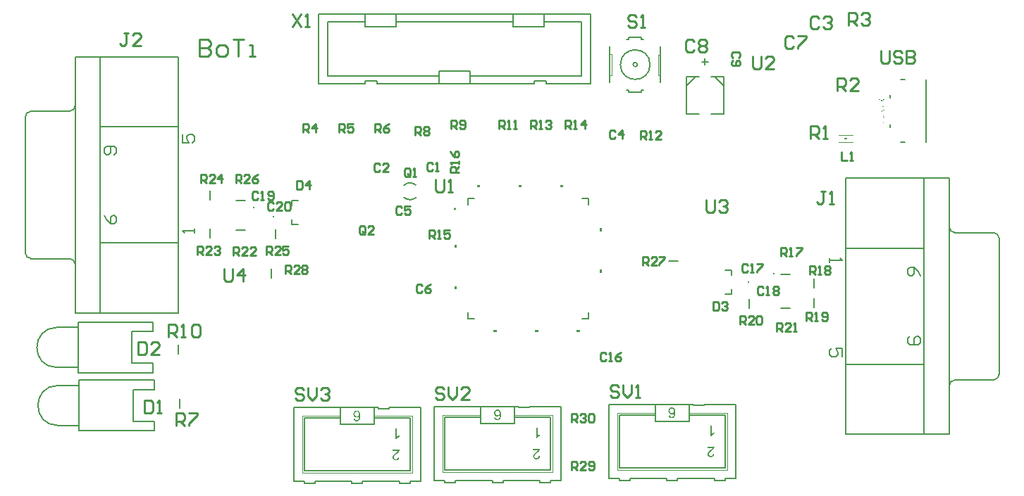
<source format=gto>
G04*
G04 #@! TF.GenerationSoftware,Altium Limited,Altium Designer,18.0.7 (293)*
G04*
G04 Layer_Color=65535*
%FSLAX25Y25*%
%MOIN*%
G70*
G01*
G75*
%ADD10C,0.00787*%
%ADD11C,0.00600*%
%ADD12C,0.00500*%
%ADD13C,0.00800*%
%ADD14C,0.00200*%
%ADD15C,0.00300*%
%ADD16C,0.01000*%
%ADD17C,0.00591*%
%ADD18R,0.01587X0.00794*%
G36*
X186502Y81138D02*
X185002D01*
Y80138D01*
X186502D01*
Y81138D01*
D02*
G37*
G36*
X167638Y101971D02*
X166638D01*
Y100470D01*
X167638D01*
Y101971D01*
D02*
G37*
G36*
Y121655D02*
X166638D01*
Y120156D01*
X167638D01*
Y121655D01*
D02*
G37*
G36*
X178628Y148862D02*
X177128D01*
Y149862D01*
X178628D01*
Y148862D01*
D02*
G37*
G36*
X198313D02*
X196813D01*
Y149862D01*
X198313D01*
Y148862D01*
D02*
G37*
G36*
X206187Y81138D02*
X204687D01*
Y80138D01*
X206187D01*
Y81138D01*
D02*
G37*
G36*
X225872D02*
X224372D01*
Y80138D01*
X225872D01*
Y81138D01*
D02*
G37*
G36*
X235362Y109845D02*
X236362D01*
Y108344D01*
X235362D01*
Y109845D01*
D02*
G37*
G36*
Y129530D02*
X236362D01*
Y128030D01*
X235362D01*
Y129530D01*
D02*
G37*
G36*
X217998Y148862D02*
X216498D01*
Y149862D01*
X217998D01*
Y148862D01*
D02*
G37*
G36*
X370001Y179010D02*
X369858D01*
X369601Y179730D01*
Y179731D01*
X369600Y179734D01*
X369598Y179738D01*
X369595Y179744D01*
X369594Y179753D01*
X369591Y179761D01*
X369584Y179783D01*
X369575Y179807D01*
X369567Y179834D01*
X369549Y179891D01*
Y179890D01*
X369548Y179887D01*
X369547Y179883D01*
X369545Y179877D01*
X369541Y179861D01*
X369534Y179840D01*
X369527Y179815D01*
X369518Y179788D01*
X369508Y179760D01*
X369497Y179730D01*
X369228Y179010D01*
X369095D01*
X369481Y180000D01*
X369618D01*
X370001Y179010D01*
D02*
G37*
G36*
X369066Y182581D02*
X368690D01*
Y182703D01*
X369066D01*
Y182581D01*
D02*
G37*
G36*
X370000Y182010D02*
X369620D01*
X369594Y182012D01*
X369565Y182013D01*
X369537Y182016D01*
X369508Y182020D01*
X369484Y182025D01*
X369482D01*
X369479Y182026D01*
X369475D01*
X369469Y182029D01*
X369454Y182033D01*
X369434Y182041D01*
X369411Y182051D01*
X369387Y182063D01*
X369362Y182078D01*
X369339Y182096D01*
X369338Y182098D01*
X369337Y182099D01*
X369332Y182103D01*
X369326Y182108D01*
X369312Y182122D01*
X369295Y182142D01*
X369276Y182166D01*
X369256Y182195D01*
X369238Y182228D01*
X369222Y182265D01*
Y182266D01*
X369221Y182269D01*
X369218Y182275D01*
X369216Y182284D01*
X369212Y182294D01*
X369209Y182305D01*
X369206Y182318D01*
X369202Y182334D01*
X369198Y182349D01*
X369195Y182368D01*
X369188Y182408D01*
X369183Y182452D01*
X369182Y182501D01*
Y182502D01*
Y182505D01*
Y182512D01*
Y182519D01*
X369183Y182529D01*
Y182541D01*
X369185Y182568D01*
X369189Y182600D01*
X369194Y182633D01*
X369201Y182667D01*
X369209Y182701D01*
Y182703D01*
X369211Y182705D01*
X369212Y182710D01*
X369214Y182715D01*
X369219Y182731D01*
X369228Y182751D01*
X369236Y182774D01*
X369248Y182797D01*
X369262Y182821D01*
X369276Y182844D01*
X369278Y182847D01*
X369284Y182854D01*
X369292Y182864D01*
X369304Y182877D01*
X369317Y182891D01*
X369332Y182906D01*
X369348Y182921D01*
X369367Y182934D01*
X369369Y182936D01*
X369375Y182940D01*
X369385Y182946D01*
X369399Y182953D01*
X369417Y182961D01*
X369437Y182968D01*
X369460Y182977D01*
X369485Y182984D01*
X369488D01*
X369492Y182986D01*
X369497Y182987D01*
X369511Y182989D01*
X369531Y182991D01*
X369554Y182994D01*
X369581Y182997D01*
X369611Y182999D01*
X369644Y183000D01*
X370000D01*
Y182010D01*
D02*
G37*
G36*
X368764Y185068D02*
X369033D01*
Y184955D01*
X368764D01*
Y184686D01*
X368650D01*
Y184955D01*
X368381D01*
Y185068D01*
X368650D01*
Y185340D01*
X368764D01*
Y185068D01*
D02*
G37*
G36*
X370000Y184510D02*
X369620D01*
X369594Y184512D01*
X369565Y184513D01*
X369537Y184516D01*
X369508Y184520D01*
X369484Y184525D01*
X369482D01*
X369479Y184526D01*
X369475D01*
X369469Y184529D01*
X369454Y184533D01*
X369434Y184540D01*
X369411Y184550D01*
X369387Y184563D01*
X369362Y184578D01*
X369339Y184596D01*
X369338Y184598D01*
X369337Y184599D01*
X369332Y184603D01*
X369326Y184608D01*
X369312Y184622D01*
X369295Y184642D01*
X369276Y184666D01*
X369256Y184695D01*
X369238Y184728D01*
X369222Y184765D01*
Y184766D01*
X369221Y184769D01*
X369218Y184775D01*
X369216Y184784D01*
X369212Y184794D01*
X369209Y184805D01*
X369206Y184818D01*
X369202Y184834D01*
X369198Y184849D01*
X369195Y184868D01*
X369188Y184908D01*
X369183Y184952D01*
X369182Y185001D01*
Y185002D01*
Y185005D01*
Y185012D01*
Y185020D01*
X369183Y185029D01*
Y185041D01*
X369185Y185068D01*
X369189Y185100D01*
X369194Y185133D01*
X369201Y185167D01*
X369209Y185201D01*
Y185203D01*
X369211Y185205D01*
X369212Y185210D01*
X369214Y185215D01*
X369219Y185231D01*
X369228Y185251D01*
X369236Y185274D01*
X369248Y185297D01*
X369262Y185321D01*
X369276Y185344D01*
X369278Y185347D01*
X369284Y185354D01*
X369292Y185364D01*
X369304Y185377D01*
X369317Y185391D01*
X369332Y185406D01*
X369348Y185421D01*
X369367Y185434D01*
X369369Y185436D01*
X369375Y185440D01*
X369385Y185446D01*
X369399Y185453D01*
X369417Y185461D01*
X369437Y185468D01*
X369460Y185477D01*
X369485Y185484D01*
X369488D01*
X369492Y185486D01*
X369497Y185487D01*
X369511Y185489D01*
X369531Y185491D01*
X369554Y185494D01*
X369581Y185497D01*
X369611Y185499D01*
X369644Y185500D01*
X370000D01*
Y184510D01*
D02*
G37*
G36*
Y187010D02*
X369868D01*
Y188000D01*
X370000D01*
Y187010D01*
D02*
G37*
G36*
X369637D02*
X369256D01*
X369231Y187012D01*
X369202Y187013D01*
X369174Y187016D01*
X369145Y187021D01*
X369121Y187025D01*
X369119D01*
X369116Y187026D01*
X369112D01*
X369106Y187029D01*
X369091Y187033D01*
X369071Y187040D01*
X369048Y187050D01*
X369023Y187063D01*
X368999Y187078D01*
X368976Y187096D01*
X368975Y187098D01*
X368973Y187099D01*
X368969Y187103D01*
X368963Y187108D01*
X368949Y187122D01*
X368932Y187142D01*
X368913Y187166D01*
X368893Y187195D01*
X368875Y187228D01*
X368859Y187265D01*
Y187266D01*
X368857Y187269D01*
X368855Y187275D01*
X368853Y187284D01*
X368849Y187294D01*
X368846Y187305D01*
X368843Y187318D01*
X368839Y187334D01*
X368834Y187349D01*
X368832Y187368D01*
X368825Y187408D01*
X368820Y187452D01*
X368819Y187501D01*
Y187502D01*
Y187505D01*
Y187512D01*
Y187520D01*
X368820Y187530D01*
Y187541D01*
X368822Y187568D01*
X368826Y187600D01*
X368830Y187633D01*
X368837Y187667D01*
X368846Y187701D01*
Y187703D01*
X368847Y187705D01*
X368849Y187710D01*
X368850Y187715D01*
X368856Y187731D01*
X368865Y187751D01*
X368873Y187774D01*
X368885Y187797D01*
X368899Y187821D01*
X368913Y187844D01*
X368915Y187847D01*
X368920Y187854D01*
X368929Y187864D01*
X368940Y187877D01*
X368953Y187891D01*
X368969Y187906D01*
X368985Y187921D01*
X369003Y187934D01*
X369006Y187936D01*
X369012Y187940D01*
X369022Y187946D01*
X369036Y187953D01*
X369053Y187961D01*
X369073Y187969D01*
X369096Y187977D01*
X369122Y187984D01*
X369125D01*
X369129Y187986D01*
X369133Y187987D01*
X369148Y187989D01*
X369168Y187991D01*
X369191Y187994D01*
X369218Y187997D01*
X369248Y187999D01*
X369281Y188000D01*
X369637D01*
Y187010D01*
D02*
G37*
G36*
X368892Y189510D02*
X368757D01*
X368238Y190288D01*
Y189510D01*
X368112D01*
Y190500D01*
X368248D01*
X368766Y189724D01*
Y190500D01*
X368892D01*
Y189510D01*
D02*
G37*
G36*
X369518Y190516D02*
X369531D01*
X369547Y190514D01*
X369564Y190511D01*
X369582Y190510D01*
X369624Y190501D01*
X369668Y190491D01*
X369714Y190476D01*
X369737Y190467D01*
X369760Y190456D01*
X369761Y190454D01*
X369765Y190453D01*
X369771Y190448D01*
X369780Y190444D01*
X369790Y190437D01*
X369800Y190430D01*
X369827Y190410D01*
X369856Y190384D01*
X369886Y190353D01*
X369914Y190317D01*
X369940Y190276D01*
Y190274D01*
X369943Y190270D01*
X369946Y190264D01*
X369950Y190254D01*
X369954Y190244D01*
X369958Y190230D01*
X369964Y190215D01*
X369970Y190198D01*
X369976Y190180D01*
X369981Y190158D01*
X369986Y190137D01*
X369990Y190114D01*
X369997Y190064D01*
X370000Y190011D01*
Y190009D01*
Y190004D01*
Y189997D01*
X369999Y189987D01*
Y189974D01*
X369997Y189958D01*
X369994Y189942D01*
X369993Y189924D01*
X369989Y189904D01*
X369986Y189882D01*
X369974Y189837D01*
X369960Y189789D01*
X369940Y189742D01*
X369938Y189741D01*
X369937Y189736D01*
X369934Y189731D01*
X369929Y189722D01*
X369923Y189711D01*
X369916Y189699D01*
X369896Y189672D01*
X369871Y189641D01*
X369841Y189611D01*
X369807Y189581D01*
X369787Y189568D01*
X369767Y189555D01*
X369765Y189553D01*
X369761Y189552D01*
X369756Y189549D01*
X369747Y189545D01*
X369735Y189541D01*
X369723Y189535D01*
X369708Y189529D01*
X369691Y189523D01*
X369672Y189518D01*
X369653Y189513D01*
X369631Y189508D01*
X369608Y189503D01*
X369558Y189496D01*
X369532Y189493D01*
X369487D01*
X369478Y189495D01*
X369467D01*
X369439Y189498D01*
X369409Y189502D01*
X369378Y189509D01*
X369344Y189518D01*
X369311Y189529D01*
X369309D01*
X369306Y189531D01*
X369302Y189532D01*
X369296Y189535D01*
X369281Y189543D01*
X369261Y189553D01*
X369239Y189568D01*
X369216Y189585D01*
X369195Y189603D01*
X369175Y189626D01*
X369172Y189629D01*
X369166Y189638D01*
X369158Y189651D01*
X369146Y189669D01*
X369135Y189692D01*
X369122Y189721D01*
X369109Y189752D01*
X369099Y189788D01*
X369218Y189819D01*
Y189818D01*
X369219Y189816D01*
X369221Y189812D01*
X369222Y189806D01*
X369226Y189794D01*
X369232Y189776D01*
X369241Y189756D01*
X369251Y189738D01*
X369261Y189718D01*
X369274Y189701D01*
X369275Y189699D01*
X369279Y189693D01*
X369288Y189686D01*
X369298Y189676D01*
X369311Y189665D01*
X369328Y189653D01*
X369346Y189642D01*
X369368Y189632D01*
X369371Y189631D01*
X369378Y189628D01*
X369391Y189623D01*
X369408Y189618D01*
X369428Y189613D01*
X369451Y189609D01*
X369477Y189606D01*
X369504Y189605D01*
X369519D01*
X369527Y189606D01*
X369535D01*
X369557Y189608D01*
X369581Y189612D01*
X369608Y189616D01*
X369634Y189623D01*
X369660Y189633D01*
X369662Y189635D01*
X369671Y189638D01*
X369683Y189645D01*
X369697Y189652D01*
X369714Y189663D01*
X369733Y189675D01*
X369750Y189689D01*
X369765Y189705D01*
X369767Y189706D01*
X369773Y189712D01*
X369780Y189722D01*
X369788Y189734D01*
X369798Y189748D01*
X369808Y189765D01*
X369818Y189784D01*
X369828Y189804D01*
Y189805D01*
X369830Y189808D01*
X369831Y189812D01*
X369834Y189819D01*
X369837Y189828D01*
X369840Y189838D01*
X369844Y189849D01*
X369847Y189862D01*
X369854Y189892D01*
X369860Y189927D01*
X369864Y189962D01*
X369866Y190002D01*
Y190004D01*
Y190008D01*
Y190015D01*
X369864Y190024D01*
Y190035D01*
X369863Y190050D01*
X369861Y190064D01*
X369860Y190080D01*
X369854Y190115D01*
X369847Y190153D01*
X369836Y190190D01*
X369821Y190225D01*
Y190227D01*
X369818Y190230D01*
X369817Y190234D01*
X369813Y190240D01*
X369803Y190255D01*
X369787Y190276D01*
X369768Y190297D01*
X369745Y190318D01*
X369718Y190338D01*
X369688Y190357D01*
X369687D01*
X369684Y190358D01*
X369680Y190361D01*
X369672Y190364D01*
X369665Y190367D01*
X369655Y190370D01*
X369633Y190378D01*
X369604Y190386D01*
X369572Y190393D01*
X369538Y190399D01*
X369502Y190400D01*
X369488D01*
X369479Y190399D01*
X369471D01*
X369449Y190396D01*
X369424Y190393D01*
X369396Y190387D01*
X369367Y190378D01*
X369337Y190368D01*
X369335D01*
X369332Y190367D01*
X369329Y190366D01*
X369324Y190363D01*
X369308Y190356D01*
X369291Y190347D01*
X369271Y190337D01*
X369249Y190325D01*
X369229Y190313D01*
X369212Y190298D01*
Y190112D01*
X369504D01*
Y189995D01*
X369083D01*
Y190363D01*
X369085Y190364D01*
X369088Y190366D01*
X369093Y190370D01*
X369100Y190376D01*
X369109Y190381D01*
X369119Y190389D01*
X369132Y190397D01*
X369145Y190406D01*
X369175Y190424D01*
X369209Y190444D01*
X369245Y190463D01*
X369284Y190479D01*
X369285D01*
X369288Y190480D01*
X369294Y190481D01*
X369301Y190484D01*
X369311Y190487D01*
X369322Y190491D01*
X369335Y190494D01*
X369348Y190497D01*
X369379Y190504D01*
X369415Y190511D01*
X369454Y190516D01*
X369494Y190517D01*
X369508D01*
X369518Y190516D01*
D02*
G37*
G36*
X367892Y189510D02*
X367512D01*
X367486Y189512D01*
X367458Y189513D01*
X367429Y189516D01*
X367400Y189521D01*
X367376Y189525D01*
X367374D01*
X367372Y189526D01*
X367367D01*
X367362Y189529D01*
X367346Y189533D01*
X367326Y189541D01*
X367303Y189550D01*
X367279Y189563D01*
X367254Y189578D01*
X367231Y189596D01*
X367230Y189598D01*
X367229Y189599D01*
X367224Y189603D01*
X367219Y189608D01*
X367204Y189622D01*
X367187Y189642D01*
X367169Y189666D01*
X367149Y189695D01*
X367130Y189728D01*
X367114Y189765D01*
Y189766D01*
X367113Y189769D01*
X367110Y189775D01*
X367108Y189784D01*
X367104Y189794D01*
X367101Y189805D01*
X367098Y189818D01*
X367094Y189834D01*
X367090Y189849D01*
X367087Y189868D01*
X367080Y189908D01*
X367076Y189952D01*
X367074Y190001D01*
Y190002D01*
Y190005D01*
Y190012D01*
Y190020D01*
X367076Y190030D01*
Y190041D01*
X367077Y190068D01*
X367081Y190100D01*
X367086Y190132D01*
X367093Y190167D01*
X367101Y190201D01*
Y190203D01*
X367103Y190205D01*
X367104Y190210D01*
X367106Y190215D01*
X367111Y190231D01*
X367120Y190251D01*
X367129Y190274D01*
X367140Y190297D01*
X367154Y190321D01*
X367169Y190344D01*
X367170Y190347D01*
X367176Y190354D01*
X367184Y190364D01*
X367196Y190377D01*
X367209Y190391D01*
X367224Y190406D01*
X367240Y190421D01*
X367259Y190434D01*
X367262Y190436D01*
X367267Y190440D01*
X367277Y190446D01*
X367292Y190453D01*
X367309Y190461D01*
X367329Y190469D01*
X367352Y190477D01*
X367377Y190484D01*
X367380D01*
X367385Y190486D01*
X367389Y190487D01*
X367403Y190489D01*
X367423Y190491D01*
X367446Y190494D01*
X367473Y190497D01*
X367503Y190499D01*
X367536Y190500D01*
X367892D01*
Y189510D01*
D02*
G37*
G36*
X269351Y44579D02*
X269408D01*
X269473Y44572D01*
X269545Y44557D01*
X269631Y44536D01*
X269717Y44514D01*
X269817Y44486D01*
X269917Y44450D01*
X270018Y44407D01*
X270125Y44349D01*
X270226Y44285D01*
X270326Y44213D01*
X270426Y44127D01*
X270520Y44027D01*
X270527Y44020D01*
X270541Y43998D01*
X270563Y43969D01*
X270591Y43919D01*
X270634Y43855D01*
X270670Y43783D01*
X270713Y43690D01*
X270756Y43589D01*
X270806Y43468D01*
X270849Y43331D01*
X270885Y43181D01*
X270921Y43016D01*
X270957Y42829D01*
X270978Y42629D01*
X270993Y42413D01*
X271000Y42184D01*
Y42177D01*
Y42170D01*
Y42148D01*
Y42120D01*
X270993Y42048D01*
Y41947D01*
X270986Y41833D01*
X270971Y41697D01*
X270957Y41546D01*
X270936Y41381D01*
X270907Y41216D01*
X270871Y41037D01*
X270828Y40865D01*
X270778Y40693D01*
X270713Y40528D01*
X270641Y40370D01*
X270563Y40220D01*
X270469Y40090D01*
X270462Y40083D01*
X270448Y40069D01*
X270419Y40040D01*
X270383Y39997D01*
X270340Y39954D01*
X270283Y39911D01*
X270211Y39854D01*
X270140Y39804D01*
X270054Y39753D01*
X269960Y39696D01*
X269853Y39653D01*
X269745Y39603D01*
X269623Y39567D01*
X269494Y39538D01*
X269358Y39524D01*
X269215Y39517D01*
X269157D01*
X269114Y39524D01*
X269064D01*
X269007Y39531D01*
X268870Y39560D01*
X268720Y39596D01*
X268562Y39653D01*
X268405Y39739D01*
X268326Y39789D01*
X268254Y39847D01*
X268247Y39854D01*
X268240Y39861D01*
X268218Y39882D01*
X268197Y39904D01*
X268161Y39940D01*
X268132Y39983D01*
X268053Y40083D01*
X267974Y40212D01*
X267903Y40370D01*
X267838Y40549D01*
X267795Y40750D01*
X268405Y40800D01*
Y40793D01*
X268412Y40786D01*
X268419Y40743D01*
X268440Y40678D01*
X268469Y40600D01*
X268498Y40514D01*
X268541Y40427D01*
X268591Y40349D01*
X268641Y40284D01*
X268655Y40270D01*
X268684Y40241D01*
X268734Y40198D01*
X268806Y40148D01*
X268899Y40105D01*
X269000Y40062D01*
X269122Y40033D01*
X269250Y40019D01*
X269301D01*
X269358Y40026D01*
X269423Y40040D01*
X269509Y40062D01*
X269595Y40090D01*
X269681Y40126D01*
X269767Y40184D01*
X269781Y40191D01*
X269817Y40220D01*
X269867Y40270D01*
X269932Y40341D01*
X270003Y40427D01*
X270082Y40528D01*
X270154Y40657D01*
X270226Y40800D01*
Y40808D01*
X270233Y40822D01*
X270240Y40843D01*
X270254Y40872D01*
X270262Y40915D01*
X270276Y40965D01*
X270290Y41023D01*
X270304Y41094D01*
X270326Y41173D01*
X270340Y41259D01*
X270355Y41352D01*
X270362Y41453D01*
X270376Y41568D01*
X270383Y41682D01*
X270391Y41811D01*
Y41940D01*
X270383Y41933D01*
X270355Y41890D01*
X270304Y41833D01*
X270240Y41761D01*
X270168Y41675D01*
X270075Y41596D01*
X269975Y41517D01*
X269860Y41446D01*
X269853D01*
X269846Y41438D01*
X269803Y41417D01*
X269738Y41395D01*
X269652Y41359D01*
X269552Y41331D01*
X269437Y41309D01*
X269315Y41288D01*
X269186Y41281D01*
X269129D01*
X269086Y41288D01*
X269028Y41295D01*
X268971Y41302D01*
X268899Y41317D01*
X268828Y41338D01*
X268663Y41388D01*
X268577Y41424D01*
X268491Y41474D01*
X268405Y41524D01*
X268311Y41582D01*
X268225Y41653D01*
X268146Y41732D01*
X268139Y41740D01*
X268125Y41754D01*
X268103Y41775D01*
X268082Y41811D01*
X268046Y41861D01*
X268010Y41912D01*
X267974Y41976D01*
X267931Y42048D01*
X267888Y42127D01*
X267852Y42213D01*
X267816Y42313D01*
X267781Y42413D01*
X267759Y42521D01*
X267738Y42643D01*
X267723Y42765D01*
X267716Y42894D01*
Y42901D01*
Y42915D01*
Y42937D01*
Y42973D01*
X267723Y43016D01*
Y43059D01*
X267745Y43174D01*
X267766Y43310D01*
X267802Y43453D01*
X267852Y43611D01*
X267924Y43762D01*
Y43769D01*
X267931Y43776D01*
X267946Y43797D01*
X267960Y43826D01*
X268003Y43898D01*
X268068Y43991D01*
X268146Y44091D01*
X268240Y44192D01*
X268354Y44292D01*
X268476Y44378D01*
X268483D01*
X268491Y44385D01*
X268512Y44400D01*
X268541Y44407D01*
X268612Y44443D01*
X268706Y44478D01*
X268828Y44521D01*
X268964Y44550D01*
X269114Y44579D01*
X269279Y44586D01*
X269315D01*
X269351Y44579D01*
D02*
G37*
G36*
X289493Y25993D02*
Y25964D01*
Y25921D01*
X289486Y25864D01*
X289478Y25799D01*
X289464Y25727D01*
X289450Y25656D01*
X289421Y25577D01*
Y25570D01*
X289414Y25563D01*
X289400Y25520D01*
X289371Y25455D01*
X289328Y25369D01*
X289271Y25269D01*
X289199Y25154D01*
X289120Y25039D01*
X289020Y24917D01*
Y24910D01*
X289005Y24903D01*
X288969Y24860D01*
X288905Y24795D01*
X288812Y24702D01*
X288704Y24595D01*
X288568Y24466D01*
X288403Y24322D01*
X288224Y24172D01*
X288217Y24164D01*
X288188Y24143D01*
X288145Y24107D01*
X288095Y24064D01*
X288030Y24007D01*
X287951Y23942D01*
X287872Y23870D01*
X287779Y23792D01*
X287600Y23620D01*
X287421Y23448D01*
X287335Y23361D01*
X287256Y23275D01*
X287184Y23197D01*
X287127Y23118D01*
Y23110D01*
X287112Y23103D01*
X287098Y23082D01*
X287084Y23053D01*
X287034Y22974D01*
X286976Y22881D01*
X286926Y22766D01*
X286876Y22644D01*
X286847Y22508D01*
X286833Y22379D01*
Y22372D01*
Y22365D01*
X286840Y22322D01*
X286847Y22250D01*
X286869Y22171D01*
X286897Y22071D01*
X286947Y21971D01*
X287012Y21870D01*
X287098Y21770D01*
X287112Y21755D01*
X287148Y21727D01*
X287198Y21691D01*
X287277Y21641D01*
X287378Y21598D01*
X287492Y21555D01*
X287629Y21526D01*
X287779Y21519D01*
X287822D01*
X287851Y21526D01*
X287937Y21533D01*
X288037Y21555D01*
X288145Y21583D01*
X288267Y21633D01*
X288382Y21698D01*
X288489Y21784D01*
X288503Y21798D01*
X288532Y21834D01*
X288575Y21892D01*
X288618Y21978D01*
X288668Y22078D01*
X288711Y22207D01*
X288740Y22351D01*
X288754Y22515D01*
X289378Y22451D01*
Y22444D01*
X289371Y22422D01*
Y22386D01*
X289364Y22336D01*
X289349Y22279D01*
X289335Y22214D01*
X289314Y22135D01*
X289292Y22057D01*
X289235Y21884D01*
X289149Y21712D01*
X289099Y21626D01*
X289034Y21540D01*
X288969Y21461D01*
X288898Y21390D01*
X288891Y21383D01*
X288876Y21375D01*
X288855Y21354D01*
X288819Y21332D01*
X288776Y21304D01*
X288726Y21275D01*
X288668Y21239D01*
X288597Y21203D01*
X288518Y21167D01*
X288432Y21132D01*
X288338Y21103D01*
X288238Y21074D01*
X288130Y21053D01*
X288016Y21031D01*
X287894Y21024D01*
X287765Y21017D01*
X287693D01*
X287643Y21024D01*
X287586Y21031D01*
X287514Y21038D01*
X287435Y21053D01*
X287356Y21067D01*
X287170Y21117D01*
X286983Y21189D01*
X286890Y21232D01*
X286797Y21282D01*
X286711Y21347D01*
X286632Y21418D01*
X286625Y21426D01*
X286611Y21433D01*
X286596Y21461D01*
X286567Y21490D01*
X286532Y21526D01*
X286496Y21576D01*
X286460Y21626D01*
X286417Y21691D01*
X286345Y21827D01*
X286274Y21999D01*
X286245Y22085D01*
X286230Y22186D01*
X286216Y22286D01*
X286209Y22393D01*
Y22408D01*
Y22444D01*
X286216Y22501D01*
X286223Y22580D01*
X286238Y22666D01*
X286266Y22766D01*
X286295Y22874D01*
X286338Y22981D01*
X286345Y22996D01*
X286360Y23032D01*
X286388Y23089D01*
X286431Y23168D01*
X286489Y23254D01*
X286560Y23361D01*
X286646Y23469D01*
X286747Y23591D01*
X286761Y23605D01*
X286797Y23648D01*
X286833Y23684D01*
X286869Y23720D01*
X286912Y23763D01*
X286969Y23820D01*
X287026Y23878D01*
X287098Y23942D01*
X287170Y24014D01*
X287256Y24093D01*
X287349Y24172D01*
X287449Y24265D01*
X287564Y24358D01*
X287679Y24458D01*
X287686Y24466D01*
X287700Y24480D01*
X287729Y24501D01*
X287765Y24530D01*
X287808Y24573D01*
X287858Y24616D01*
X287973Y24709D01*
X288095Y24817D01*
X288209Y24925D01*
X288310Y25018D01*
X288353Y25054D01*
X288389Y25089D01*
X288396Y25097D01*
X288417Y25118D01*
X288446Y25147D01*
X288482Y25190D01*
X288518Y25240D01*
X288561Y25290D01*
X288647Y25412D01*
X286202D01*
Y26000D01*
X289493D01*
Y25993D01*
D02*
G37*
G36*
X288281Y32121D02*
X288288Y32128D01*
X288324Y32157D01*
X288367Y32200D01*
X288439Y32250D01*
X288518Y32315D01*
X288618Y32386D01*
X288733Y32465D01*
X288862Y32544D01*
X288869D01*
X288876Y32551D01*
X288919Y32580D01*
X288991Y32616D01*
X289077Y32659D01*
X289177Y32709D01*
X289285Y32759D01*
X289392Y32809D01*
X289500Y32852D01*
Y32264D01*
X289493D01*
X289478Y32250D01*
X289450Y32243D01*
X289414Y32221D01*
X289371Y32200D01*
X289321Y32171D01*
X289199Y32100D01*
X289055Y32021D01*
X288912Y31920D01*
X288761Y31806D01*
X288611Y31684D01*
X288604Y31677D01*
X288597Y31669D01*
X288575Y31648D01*
X288546Y31626D01*
X288482Y31555D01*
X288396Y31469D01*
X288310Y31368D01*
X288217Y31253D01*
X288138Y31139D01*
X288066Y31017D01*
X287672D01*
Y36000D01*
X288281D01*
Y32121D01*
D02*
G37*
G36*
X186851Y43579D02*
X186908D01*
X186973Y43572D01*
X187045Y43557D01*
X187130Y43536D01*
X187217Y43514D01*
X187317Y43486D01*
X187417Y43450D01*
X187518Y43407D01*
X187625Y43349D01*
X187726Y43285D01*
X187826Y43213D01*
X187926Y43127D01*
X188020Y43027D01*
X188027Y43020D01*
X188041Y42998D01*
X188063Y42969D01*
X188091Y42919D01*
X188134Y42855D01*
X188170Y42783D01*
X188213Y42690D01*
X188256Y42589D01*
X188306Y42467D01*
X188349Y42331D01*
X188385Y42181D01*
X188421Y42016D01*
X188457Y41829D01*
X188479Y41629D01*
X188493Y41414D01*
X188500Y41184D01*
Y41177D01*
Y41170D01*
Y41148D01*
Y41120D01*
X188493Y41048D01*
Y40947D01*
X188486Y40833D01*
X188471Y40696D01*
X188457Y40546D01*
X188435Y40381D01*
X188407Y40216D01*
X188371Y40037D01*
X188328Y39865D01*
X188278Y39693D01*
X188213Y39528D01*
X188142Y39370D01*
X188063Y39219D01*
X187969Y39090D01*
X187962Y39083D01*
X187948Y39069D01*
X187919Y39040D01*
X187883Y38997D01*
X187840Y38954D01*
X187783Y38911D01*
X187711Y38854D01*
X187640Y38804D01*
X187554Y38754D01*
X187460Y38696D01*
X187353Y38653D01*
X187245Y38603D01*
X187123Y38567D01*
X186994Y38538D01*
X186858Y38524D01*
X186715Y38517D01*
X186657D01*
X186614Y38524D01*
X186564D01*
X186507Y38531D01*
X186371Y38560D01*
X186220Y38596D01*
X186062Y38653D01*
X185905Y38739D01*
X185826Y38789D01*
X185754Y38847D01*
X185747Y38854D01*
X185740Y38861D01*
X185718Y38882D01*
X185696Y38904D01*
X185661Y38940D01*
X185632Y38983D01*
X185553Y39083D01*
X185474Y39212D01*
X185403Y39370D01*
X185338Y39549D01*
X185295Y39750D01*
X185905Y39800D01*
Y39793D01*
X185912Y39786D01*
X185919Y39743D01*
X185940Y39678D01*
X185969Y39599D01*
X185998Y39513D01*
X186041Y39427D01*
X186091Y39349D01*
X186141Y39284D01*
X186155Y39270D01*
X186184Y39241D01*
X186234Y39198D01*
X186306Y39148D01*
X186399Y39105D01*
X186500Y39062D01*
X186621Y39033D01*
X186750Y39019D01*
X186801D01*
X186858Y39026D01*
X186923Y39040D01*
X187009Y39062D01*
X187095Y39090D01*
X187181Y39126D01*
X187267Y39184D01*
X187281Y39191D01*
X187317Y39219D01*
X187367Y39270D01*
X187432Y39341D01*
X187503Y39427D01*
X187582Y39528D01*
X187654Y39657D01*
X187726Y39800D01*
Y39808D01*
X187733Y39822D01*
X187740Y39843D01*
X187754Y39872D01*
X187761Y39915D01*
X187776Y39965D01*
X187790Y40023D01*
X187804Y40094D01*
X187826Y40173D01*
X187840Y40259D01*
X187855Y40352D01*
X187862Y40453D01*
X187876Y40567D01*
X187883Y40682D01*
X187891Y40811D01*
Y40940D01*
X187883Y40933D01*
X187855Y40890D01*
X187804Y40833D01*
X187740Y40761D01*
X187668Y40675D01*
X187575Y40596D01*
X187475Y40517D01*
X187360Y40446D01*
X187353D01*
X187346Y40438D01*
X187303Y40417D01*
X187238Y40395D01*
X187152Y40360D01*
X187052Y40331D01*
X186937Y40309D01*
X186815Y40288D01*
X186686Y40281D01*
X186629D01*
X186586Y40288D01*
X186528Y40295D01*
X186471Y40302D01*
X186399Y40317D01*
X186328Y40338D01*
X186163Y40388D01*
X186076Y40424D01*
X185991Y40474D01*
X185905Y40525D01*
X185811Y40582D01*
X185725Y40653D01*
X185646Y40732D01*
X185639Y40740D01*
X185625Y40754D01*
X185603Y40775D01*
X185582Y40811D01*
X185546Y40861D01*
X185510Y40912D01*
X185474Y40976D01*
X185431Y41048D01*
X185388Y41127D01*
X185352Y41213D01*
X185317Y41313D01*
X185281Y41414D01*
X185259Y41521D01*
X185238Y41643D01*
X185223Y41765D01*
X185216Y41894D01*
Y41901D01*
Y41915D01*
Y41937D01*
Y41973D01*
X185223Y42016D01*
Y42059D01*
X185245Y42174D01*
X185266Y42310D01*
X185302Y42453D01*
X185352Y42611D01*
X185424Y42761D01*
Y42769D01*
X185431Y42776D01*
X185446Y42797D01*
X185460Y42826D01*
X185503Y42898D01*
X185567Y42991D01*
X185646Y43091D01*
X185740Y43192D01*
X185854Y43292D01*
X185976Y43378D01*
X185983D01*
X185991Y43385D01*
X186012Y43400D01*
X186041Y43407D01*
X186112Y43443D01*
X186206Y43479D01*
X186328Y43521D01*
X186464Y43550D01*
X186614Y43579D01*
X186779Y43586D01*
X186815D01*
X186851Y43579D01*
D02*
G37*
G36*
X206993Y24993D02*
Y24964D01*
Y24921D01*
X206986Y24864D01*
X206979Y24799D01*
X206964Y24727D01*
X206950Y24656D01*
X206921Y24577D01*
Y24570D01*
X206914Y24563D01*
X206900Y24520D01*
X206871Y24455D01*
X206828Y24369D01*
X206771Y24269D01*
X206699Y24154D01*
X206620Y24039D01*
X206520Y23917D01*
Y23910D01*
X206505Y23903D01*
X206469Y23860D01*
X206405Y23795D01*
X206312Y23702D01*
X206204Y23595D01*
X206068Y23466D01*
X205903Y23322D01*
X205724Y23172D01*
X205717Y23165D01*
X205688Y23143D01*
X205645Y23107D01*
X205595Y23064D01*
X205530Y23007D01*
X205451Y22942D01*
X205372Y22871D01*
X205279Y22792D01*
X205100Y22620D01*
X204921Y22447D01*
X204835Y22361D01*
X204756Y22275D01*
X204684Y22197D01*
X204627Y22118D01*
Y22110D01*
X204612Y22103D01*
X204598Y22082D01*
X204584Y22053D01*
X204534Y21974D01*
X204476Y21881D01*
X204426Y21766D01*
X204376Y21644D01*
X204347Y21508D01*
X204333Y21379D01*
Y21372D01*
Y21365D01*
X204340Y21322D01*
X204347Y21250D01*
X204369Y21171D01*
X204397Y21071D01*
X204448Y20970D01*
X204512Y20870D01*
X204598Y20770D01*
X204612Y20755D01*
X204648Y20727D01*
X204698Y20691D01*
X204777Y20641D01*
X204878Y20598D01*
X204992Y20555D01*
X205129Y20526D01*
X205279Y20519D01*
X205322D01*
X205351Y20526D01*
X205437Y20533D01*
X205537Y20555D01*
X205645Y20583D01*
X205767Y20633D01*
X205882Y20698D01*
X205989Y20784D01*
X206003Y20798D01*
X206032Y20834D01*
X206075Y20892D01*
X206118Y20978D01*
X206168Y21078D01*
X206211Y21207D01*
X206240Y21350D01*
X206254Y21515D01*
X206878Y21451D01*
Y21444D01*
X206871Y21422D01*
Y21386D01*
X206864Y21336D01*
X206849Y21279D01*
X206835Y21214D01*
X206814Y21135D01*
X206792Y21057D01*
X206735Y20884D01*
X206649Y20712D01*
X206598Y20626D01*
X206534Y20540D01*
X206469Y20461D01*
X206398Y20390D01*
X206391Y20382D01*
X206376Y20375D01*
X206355Y20354D01*
X206319Y20332D01*
X206276Y20304D01*
X206226Y20275D01*
X206168Y20239D01*
X206097Y20203D01*
X206018Y20167D01*
X205932Y20132D01*
X205838Y20103D01*
X205738Y20074D01*
X205630Y20053D01*
X205516Y20031D01*
X205394Y20024D01*
X205265Y20017D01*
X205193D01*
X205143Y20024D01*
X205086Y20031D01*
X205014Y20038D01*
X204935Y20053D01*
X204856Y20067D01*
X204670Y20117D01*
X204483Y20189D01*
X204390Y20232D01*
X204297Y20282D01*
X204211Y20347D01*
X204132Y20418D01*
X204125Y20425D01*
X204111Y20433D01*
X204096Y20461D01*
X204067Y20490D01*
X204032Y20526D01*
X203996Y20576D01*
X203960Y20626D01*
X203917Y20691D01*
X203845Y20827D01*
X203773Y20999D01*
X203745Y21085D01*
X203731Y21186D01*
X203716Y21286D01*
X203709Y21394D01*
Y21408D01*
Y21444D01*
X203716Y21501D01*
X203723Y21580D01*
X203738Y21666D01*
X203766Y21766D01*
X203795Y21874D01*
X203838Y21981D01*
X203845Y21996D01*
X203859Y22032D01*
X203888Y22089D01*
X203931Y22168D01*
X203989Y22254D01*
X204060Y22361D01*
X204146Y22469D01*
X204247Y22591D01*
X204261Y22605D01*
X204297Y22648D01*
X204333Y22684D01*
X204369Y22720D01*
X204412Y22763D01*
X204469Y22820D01*
X204526Y22878D01*
X204598Y22942D01*
X204670Y23014D01*
X204756Y23093D01*
X204849Y23172D01*
X204949Y23265D01*
X205064Y23358D01*
X205179Y23458D01*
X205186Y23466D01*
X205200Y23480D01*
X205229Y23502D01*
X205265Y23530D01*
X205308Y23573D01*
X205358Y23616D01*
X205473Y23709D01*
X205595Y23817D01*
X205709Y23924D01*
X205810Y24018D01*
X205853Y24054D01*
X205889Y24089D01*
X205896Y24097D01*
X205917Y24118D01*
X205946Y24147D01*
X205982Y24190D01*
X206018Y24240D01*
X206061Y24290D01*
X206147Y24412D01*
X203702D01*
Y25000D01*
X206993D01*
Y24993D01*
D02*
G37*
G36*
X205781Y31121D02*
X205788Y31128D01*
X205824Y31157D01*
X205867Y31200D01*
X205939Y31250D01*
X206018Y31315D01*
X206118Y31386D01*
X206233Y31465D01*
X206362Y31544D01*
X206369D01*
X206376Y31551D01*
X206419Y31580D01*
X206491Y31616D01*
X206577Y31659D01*
X206677Y31709D01*
X206785Y31759D01*
X206892Y31809D01*
X207000Y31852D01*
Y31264D01*
X206993D01*
X206979Y31250D01*
X206950Y31243D01*
X206914Y31221D01*
X206871Y31200D01*
X206821Y31171D01*
X206699Y31100D01*
X206556Y31021D01*
X206412Y30920D01*
X206261Y30806D01*
X206111Y30684D01*
X206104Y30676D01*
X206097Y30669D01*
X206075Y30648D01*
X206046Y30626D01*
X205982Y30555D01*
X205896Y30469D01*
X205810Y30368D01*
X205717Y30253D01*
X205638Y30139D01*
X205566Y30017D01*
X205172D01*
Y35000D01*
X205781D01*
Y31121D01*
D02*
G37*
G36*
X120351Y43079D02*
X120408D01*
X120473Y43072D01*
X120545Y43057D01*
X120631Y43036D01*
X120717Y43014D01*
X120817Y42986D01*
X120917Y42950D01*
X121018Y42907D01*
X121125Y42849D01*
X121226Y42785D01*
X121326Y42713D01*
X121426Y42627D01*
X121520Y42527D01*
X121527Y42520D01*
X121541Y42498D01*
X121563Y42469D01*
X121591Y42419D01*
X121634Y42355D01*
X121670Y42283D01*
X121713Y42190D01*
X121756Y42089D01*
X121806Y41967D01*
X121849Y41831D01*
X121885Y41681D01*
X121921Y41516D01*
X121957Y41329D01*
X121978Y41129D01*
X121993Y40914D01*
X122000Y40684D01*
Y40677D01*
Y40670D01*
Y40648D01*
Y40620D01*
X121993Y40548D01*
Y40448D01*
X121986Y40333D01*
X121971Y40196D01*
X121957Y40046D01*
X121935Y39881D01*
X121907Y39716D01*
X121871Y39537D01*
X121828Y39365D01*
X121778Y39193D01*
X121713Y39028D01*
X121642Y38870D01*
X121563Y38719D01*
X121469Y38590D01*
X121462Y38583D01*
X121448Y38569D01*
X121419Y38540D01*
X121383Y38497D01*
X121340Y38454D01*
X121283Y38411D01*
X121211Y38354D01*
X121140Y38304D01*
X121054Y38254D01*
X120960Y38196D01*
X120853Y38153D01*
X120745Y38103D01*
X120623Y38067D01*
X120494Y38038D01*
X120358Y38024D01*
X120215Y38017D01*
X120157D01*
X120114Y38024D01*
X120064D01*
X120007Y38031D01*
X119870Y38060D01*
X119720Y38096D01*
X119562Y38153D01*
X119404Y38239D01*
X119326Y38289D01*
X119254Y38347D01*
X119247Y38354D01*
X119240Y38361D01*
X119218Y38383D01*
X119196Y38404D01*
X119161Y38440D01*
X119132Y38483D01*
X119053Y38583D01*
X118974Y38712D01*
X118903Y38870D01*
X118838Y39049D01*
X118795Y39250D01*
X119404Y39300D01*
Y39293D01*
X119412Y39286D01*
X119419Y39243D01*
X119440Y39178D01*
X119469Y39099D01*
X119498Y39013D01*
X119541Y38927D01*
X119591Y38849D01*
X119641Y38784D01*
X119655Y38770D01*
X119684Y38741D01*
X119734Y38698D01*
X119806Y38648D01*
X119899Y38605D01*
X120000Y38562D01*
X120122Y38533D01*
X120250Y38519D01*
X120301D01*
X120358Y38526D01*
X120423Y38540D01*
X120509Y38562D01*
X120595Y38590D01*
X120681Y38626D01*
X120767Y38684D01*
X120781Y38691D01*
X120817Y38719D01*
X120867Y38770D01*
X120932Y38841D01*
X121003Y38927D01*
X121082Y39028D01*
X121154Y39157D01*
X121226Y39300D01*
Y39307D01*
X121233Y39322D01*
X121240Y39343D01*
X121254Y39372D01*
X121262Y39415D01*
X121276Y39465D01*
X121290Y39523D01*
X121305Y39594D01*
X121326Y39673D01*
X121340Y39759D01*
X121355Y39852D01*
X121362Y39953D01*
X121376Y40067D01*
X121383Y40182D01*
X121391Y40311D01*
Y40440D01*
X121383Y40433D01*
X121355Y40390D01*
X121305Y40333D01*
X121240Y40261D01*
X121168Y40175D01*
X121075Y40096D01*
X120975Y40017D01*
X120860Y39946D01*
X120853D01*
X120846Y39938D01*
X120803Y39917D01*
X120738Y39895D01*
X120652Y39860D01*
X120552Y39831D01*
X120437Y39809D01*
X120315Y39788D01*
X120186Y39781D01*
X120129D01*
X120086Y39788D01*
X120028Y39795D01*
X119971Y39802D01*
X119899Y39816D01*
X119827Y39838D01*
X119663Y39888D01*
X119577Y39924D01*
X119491Y39974D01*
X119404Y40025D01*
X119311Y40082D01*
X119225Y40154D01*
X119146Y40232D01*
X119139Y40240D01*
X119125Y40254D01*
X119103Y40275D01*
X119082Y40311D01*
X119046Y40361D01*
X119010Y40412D01*
X118974Y40476D01*
X118931Y40548D01*
X118888Y40627D01*
X118852Y40713D01*
X118816Y40813D01*
X118781Y40914D01*
X118759Y41021D01*
X118738Y41143D01*
X118723Y41265D01*
X118716Y41394D01*
Y41401D01*
Y41415D01*
Y41437D01*
Y41473D01*
X118723Y41516D01*
Y41559D01*
X118745Y41674D01*
X118766Y41810D01*
X118802Y41953D01*
X118852Y42111D01*
X118924Y42261D01*
Y42269D01*
X118931Y42276D01*
X118946Y42297D01*
X118960Y42326D01*
X119003Y42398D01*
X119068Y42491D01*
X119146Y42591D01*
X119240Y42692D01*
X119354Y42792D01*
X119476Y42878D01*
X119483D01*
X119491Y42885D01*
X119512Y42900D01*
X119541Y42907D01*
X119612Y42943D01*
X119706Y42979D01*
X119827Y43022D01*
X119964Y43050D01*
X120114Y43079D01*
X120279Y43086D01*
X120315D01*
X120351Y43079D01*
D02*
G37*
G36*
X140493Y24493D02*
Y24464D01*
Y24421D01*
X140486Y24364D01*
X140479Y24299D01*
X140464Y24227D01*
X140450Y24156D01*
X140421Y24077D01*
Y24070D01*
X140414Y24063D01*
X140400Y24020D01*
X140371Y23955D01*
X140328Y23869D01*
X140271Y23769D01*
X140199Y23654D01*
X140120Y23539D01*
X140020Y23417D01*
Y23410D01*
X140005Y23403D01*
X139969Y23360D01*
X139905Y23295D01*
X139812Y23202D01*
X139704Y23095D01*
X139568Y22966D01*
X139403Y22822D01*
X139224Y22672D01*
X139217Y22664D01*
X139188Y22643D01*
X139145Y22607D01*
X139095Y22564D01*
X139030Y22507D01*
X138951Y22442D01*
X138872Y22370D01*
X138779Y22292D01*
X138600Y22120D01*
X138421Y21948D01*
X138335Y21861D01*
X138256Y21775D01*
X138184Y21697D01*
X138127Y21618D01*
Y21610D01*
X138112Y21603D01*
X138098Y21582D01*
X138084Y21553D01*
X138033Y21474D01*
X137976Y21381D01*
X137926Y21266D01*
X137876Y21144D01*
X137847Y21008D01*
X137833Y20879D01*
Y20872D01*
Y20865D01*
X137840Y20822D01*
X137847Y20750D01*
X137869Y20671D01*
X137897Y20571D01*
X137947Y20470D01*
X138012Y20370D01*
X138098Y20270D01*
X138112Y20255D01*
X138148Y20227D01*
X138198Y20191D01*
X138277Y20141D01*
X138378Y20098D01*
X138492Y20055D01*
X138629Y20026D01*
X138779Y20019D01*
X138822D01*
X138851Y20026D01*
X138937Y20033D01*
X139037Y20055D01*
X139145Y20083D01*
X139267Y20133D01*
X139382Y20198D01*
X139489Y20284D01*
X139503Y20298D01*
X139532Y20334D01*
X139575Y20392D01*
X139618Y20478D01*
X139668Y20578D01*
X139711Y20707D01*
X139740Y20851D01*
X139754Y21015D01*
X140378Y20951D01*
Y20944D01*
X140371Y20922D01*
Y20886D01*
X140364Y20836D01*
X140349Y20779D01*
X140335Y20714D01*
X140314Y20635D01*
X140292Y20557D01*
X140235Y20384D01*
X140149Y20212D01*
X140099Y20126D01*
X140034Y20040D01*
X139969Y19961D01*
X139898Y19890D01*
X139891Y19883D01*
X139876Y19875D01*
X139855Y19854D01*
X139819Y19832D01*
X139776Y19804D01*
X139726Y19775D01*
X139668Y19739D01*
X139597Y19703D01*
X139518Y19667D01*
X139432Y19632D01*
X139339Y19603D01*
X139238Y19574D01*
X139130Y19553D01*
X139016Y19531D01*
X138894Y19524D01*
X138765Y19517D01*
X138693D01*
X138643Y19524D01*
X138586Y19531D01*
X138514Y19538D01*
X138435Y19553D01*
X138356Y19567D01*
X138170Y19617D01*
X137983Y19689D01*
X137890Y19732D01*
X137797Y19782D01*
X137711Y19847D01*
X137632Y19918D01*
X137625Y19926D01*
X137610Y19933D01*
X137596Y19961D01*
X137567Y19990D01*
X137532Y20026D01*
X137496Y20076D01*
X137460Y20126D01*
X137417Y20191D01*
X137345Y20327D01*
X137274Y20499D01*
X137245Y20585D01*
X137231Y20686D01*
X137216Y20786D01*
X137209Y20893D01*
Y20908D01*
Y20944D01*
X137216Y21001D01*
X137223Y21080D01*
X137238Y21166D01*
X137266Y21266D01*
X137295Y21374D01*
X137338Y21481D01*
X137345Y21496D01*
X137359Y21532D01*
X137388Y21589D01*
X137431Y21668D01*
X137489Y21754D01*
X137560Y21861D01*
X137646Y21969D01*
X137747Y22091D01*
X137761Y22105D01*
X137797Y22148D01*
X137833Y22184D01*
X137869Y22220D01*
X137912Y22263D01*
X137969Y22320D01*
X138026Y22378D01*
X138098Y22442D01*
X138170Y22514D01*
X138256Y22593D01*
X138349Y22672D01*
X138449Y22765D01*
X138564Y22858D01*
X138679Y22958D01*
X138686Y22966D01*
X138700Y22980D01*
X138729Y23001D01*
X138765Y23030D01*
X138808Y23073D01*
X138858Y23116D01*
X138973Y23209D01*
X139095Y23317D01*
X139209Y23425D01*
X139310Y23518D01*
X139353Y23554D01*
X139389Y23589D01*
X139396Y23597D01*
X139417Y23618D01*
X139446Y23647D01*
X139482Y23690D01*
X139518Y23740D01*
X139561Y23790D01*
X139647Y23912D01*
X137202D01*
Y24500D01*
X140493D01*
Y24493D01*
D02*
G37*
G36*
X139281Y30621D02*
X139288Y30628D01*
X139324Y30657D01*
X139367Y30700D01*
X139439Y30750D01*
X139518Y30815D01*
X139618Y30886D01*
X139733Y30965D01*
X139862Y31044D01*
X139869D01*
X139876Y31051D01*
X139919Y31080D01*
X139991Y31116D01*
X140077Y31159D01*
X140177Y31209D01*
X140285Y31259D01*
X140392Y31309D01*
X140500Y31352D01*
Y30764D01*
X140493D01*
X140479Y30750D01*
X140450Y30743D01*
X140414Y30721D01*
X140371Y30700D01*
X140321Y30671D01*
X140199Y30599D01*
X140056Y30521D01*
X139912Y30420D01*
X139761Y30305D01*
X139611Y30184D01*
X139604Y30176D01*
X139597Y30169D01*
X139575Y30148D01*
X139546Y30126D01*
X139482Y30055D01*
X139396Y29969D01*
X139310Y29868D01*
X139217Y29754D01*
X139138Y29639D01*
X139066Y29517D01*
X138672D01*
Y34500D01*
X139281D01*
Y30621D01*
D02*
G37*
%LPC*%
G36*
X369868Y182883D02*
X369634D01*
X369624Y182881D01*
X369602Y182880D01*
X369578Y182878D01*
X369552Y182876D01*
X369527Y182871D01*
X369505Y182866D01*
X369502Y182864D01*
X369495Y182863D01*
X369485Y182858D01*
X369472Y182853D01*
X369458Y182844D01*
X369444Y182835D01*
X369429Y182826D01*
X369415Y182814D01*
X369414Y182811D01*
X369408Y182806D01*
X369399Y182796D01*
X369389Y182781D01*
X369378Y182763D01*
X369365Y182741D01*
X369354Y182717D01*
X369344Y182690D01*
Y182688D01*
X369342Y182685D01*
X369341Y182681D01*
X369339Y182675D01*
X369338Y182668D01*
X369335Y182658D01*
X369332Y182648D01*
X369329Y182637D01*
X369325Y182608D01*
X369321Y182575D01*
X369318Y182538D01*
X369317Y182498D01*
Y182497D01*
Y182491D01*
Y182484D01*
X369318Y182472D01*
Y182459D01*
X369319Y182445D01*
X369321Y182428D01*
X369322Y182411D01*
X369329Y182372D01*
X369338Y182332D01*
X369351Y182295D01*
X369359Y182276D01*
X369368Y182261D01*
Y182259D01*
X369371Y182256D01*
X369374Y182252D01*
X369376Y182246D01*
X369388Y182232D01*
X369402Y182215D01*
X369421Y182196D01*
X369442Y182178D01*
X369467Y182162D01*
X369492Y182149D01*
X369495Y182148D01*
X369502Y182146D01*
X369515Y182142D01*
X369534Y182138D01*
X369557Y182135D01*
X369585Y182131D01*
X369602Y182129D01*
X369621D01*
X369640Y182128D01*
X369868D01*
Y182883D01*
D02*
G37*
G36*
Y185383D02*
X369634D01*
X369624Y185381D01*
X369602Y185380D01*
X369578Y185378D01*
X369552Y185376D01*
X369527Y185371D01*
X369505Y185366D01*
X369502Y185364D01*
X369495Y185363D01*
X369485Y185358D01*
X369472Y185353D01*
X369458Y185344D01*
X369444Y185336D01*
X369429Y185326D01*
X369415Y185314D01*
X369414Y185311D01*
X369408Y185306D01*
X369399Y185295D01*
X369389Y185281D01*
X369378Y185263D01*
X369365Y185241D01*
X369354Y185217D01*
X369344Y185190D01*
Y185188D01*
X369342Y185185D01*
X369341Y185181D01*
X369339Y185175D01*
X369338Y185168D01*
X369335Y185158D01*
X369332Y185148D01*
X369329Y185137D01*
X369325Y185108D01*
X369321Y185075D01*
X369318Y185038D01*
X369317Y184998D01*
Y184997D01*
Y184991D01*
Y184984D01*
X369318Y184972D01*
Y184959D01*
X369319Y184945D01*
X369321Y184928D01*
X369322Y184911D01*
X369329Y184872D01*
X369338Y184832D01*
X369351Y184795D01*
X369359Y184776D01*
X369368Y184761D01*
Y184759D01*
X369371Y184756D01*
X369374Y184752D01*
X369376Y184746D01*
X369388Y184732D01*
X369402Y184715D01*
X369421Y184696D01*
X369442Y184678D01*
X369467Y184662D01*
X369492Y184649D01*
X369495Y184648D01*
X369502Y184646D01*
X369515Y184642D01*
X369534Y184638D01*
X369557Y184635D01*
X369585Y184631D01*
X369602Y184629D01*
X369621D01*
X369640Y184628D01*
X369868D01*
Y185383D01*
D02*
G37*
G36*
X369505Y187883D02*
X369271D01*
X369261Y187881D01*
X369239Y187880D01*
X369215Y187878D01*
X369189Y187876D01*
X369163Y187871D01*
X369142Y187866D01*
X369139Y187864D01*
X369132Y187863D01*
X369122Y187858D01*
X369109Y187853D01*
X369095Y187844D01*
X369080Y187836D01*
X369066Y187826D01*
X369052Y187814D01*
X369051Y187811D01*
X369045Y187805D01*
X369036Y187795D01*
X369026Y187781D01*
X369015Y187763D01*
X369002Y187741D01*
X368990Y187717D01*
X368980Y187690D01*
Y187688D01*
X368979Y187685D01*
X368978Y187681D01*
X368976Y187675D01*
X368975Y187668D01*
X368972Y187658D01*
X368969Y187648D01*
X368966Y187637D01*
X368962Y187608D01*
X368957Y187575D01*
X368955Y187538D01*
X368953Y187498D01*
Y187497D01*
Y187491D01*
Y187484D01*
X368955Y187472D01*
Y187460D01*
X368956Y187445D01*
X368957Y187428D01*
X368959Y187411D01*
X368966Y187372D01*
X368975Y187332D01*
X368988Y187295D01*
X368996Y187276D01*
X369005Y187261D01*
Y187259D01*
X369008Y187256D01*
X369010Y187252D01*
X369013Y187246D01*
X369025Y187232D01*
X369039Y187215D01*
X369058Y187196D01*
X369079Y187178D01*
X369103Y187162D01*
X369129Y187149D01*
X369132Y187148D01*
X369139Y187146D01*
X369152Y187142D01*
X369171Y187138D01*
X369194Y187135D01*
X369222Y187131D01*
X369239Y187129D01*
X369258D01*
X369276Y187128D01*
X369505D01*
Y187883D01*
D02*
G37*
G36*
X367761Y190383D02*
X367526D01*
X367516Y190381D01*
X367495Y190380D01*
X367470Y190378D01*
X367445Y190376D01*
X367419Y190371D01*
X367397Y190366D01*
X367394Y190364D01*
X367387Y190363D01*
X367377Y190358D01*
X367365Y190353D01*
X367350Y190344D01*
X367336Y190336D01*
X367322Y190325D01*
X367307Y190314D01*
X367306Y190311D01*
X367300Y190305D01*
X367292Y190296D01*
X367282Y190281D01*
X367270Y190263D01*
X367257Y190241D01*
X367246Y190217D01*
X367236Y190190D01*
Y190188D01*
X367234Y190185D01*
X367233Y190181D01*
X367231Y190175D01*
X367230Y190168D01*
X367227Y190158D01*
X367224Y190148D01*
X367221Y190137D01*
X367217Y190108D01*
X367213Y190075D01*
X367210Y190038D01*
X367209Y189998D01*
Y189997D01*
Y189991D01*
Y189984D01*
X367210Y189972D01*
Y189960D01*
X367212Y189945D01*
X367213Y189928D01*
X367214Y189911D01*
X367221Y189872D01*
X367230Y189832D01*
X367243Y189795D01*
X367251Y189776D01*
X367260Y189761D01*
Y189759D01*
X367263Y189756D01*
X367266Y189752D01*
X367269Y189746D01*
X367280Y189732D01*
X367294Y189715D01*
X367313Y189696D01*
X367335Y189678D01*
X367359Y189662D01*
X367385Y189649D01*
X367387Y189648D01*
X367394Y189646D01*
X367407Y189642D01*
X367426Y189638D01*
X367449Y189635D01*
X367477Y189631D01*
X367495Y189629D01*
X367513D01*
X367532Y189628D01*
X367761D01*
Y190383D01*
D02*
G37*
G36*
X269286Y44084D02*
X269250D01*
X269222Y44077D01*
X269150Y44070D01*
X269057Y44048D01*
X268957Y44005D01*
X268842Y43955D01*
X268727Y43876D01*
X268670Y43833D01*
X268620Y43776D01*
Y43769D01*
X268605Y43762D01*
X268577Y43718D01*
X268533Y43647D01*
X268476Y43554D01*
X268426Y43432D01*
X268383Y43288D01*
X268354Y43123D01*
X268340Y42930D01*
Y42923D01*
Y42908D01*
Y42880D01*
X268347Y42844D01*
Y42801D01*
X268354Y42750D01*
X268376Y42636D01*
X268405Y42507D01*
X268455Y42371D01*
X268526Y42241D01*
X268620Y42120D01*
X268634Y42105D01*
X268670Y42069D01*
X268727Y42026D01*
X268806Y41969D01*
X268906Y41912D01*
X269021Y41869D01*
X269157Y41833D01*
X269308Y41818D01*
X269351D01*
X269380Y41826D01*
X269451Y41833D01*
X269552Y41854D01*
X269659Y41890D01*
X269781Y41947D01*
X269896Y42019D01*
X270010Y42120D01*
X270025Y42134D01*
X270054Y42170D01*
X270104Y42234D01*
X270154Y42327D01*
X270204Y42435D01*
X270254Y42571D01*
X270283Y42722D01*
X270297Y42894D01*
Y42908D01*
Y42944D01*
X270290Y43009D01*
X270283Y43088D01*
X270269Y43181D01*
X270240Y43281D01*
X270211Y43389D01*
X270168Y43496D01*
X270161Y43510D01*
X270140Y43546D01*
X270111Y43597D01*
X270068Y43661D01*
X270018Y43726D01*
X269953Y43804D01*
X269882Y43869D01*
X269795Y43934D01*
X269781Y43941D01*
X269752Y43955D01*
X269702Y43984D01*
X269638Y44005D01*
X269566Y44034D01*
X269480Y44063D01*
X269387Y44077D01*
X269286Y44084D01*
D02*
G37*
G36*
X186786Y43084D02*
X186750D01*
X186722Y43077D01*
X186650Y43070D01*
X186557Y43048D01*
X186457Y43005D01*
X186342Y42955D01*
X186227Y42876D01*
X186170Y42833D01*
X186120Y42776D01*
Y42769D01*
X186105Y42761D01*
X186076Y42718D01*
X186033Y42647D01*
X185976Y42554D01*
X185926Y42432D01*
X185883Y42288D01*
X185854Y42123D01*
X185840Y41930D01*
Y41923D01*
Y41908D01*
Y41880D01*
X185847Y41844D01*
Y41801D01*
X185854Y41750D01*
X185876Y41636D01*
X185905Y41507D01*
X185955Y41370D01*
X186026Y41241D01*
X186120Y41120D01*
X186134Y41105D01*
X186170Y41069D01*
X186227Y41026D01*
X186306Y40969D01*
X186406Y40912D01*
X186521Y40869D01*
X186657Y40833D01*
X186808Y40818D01*
X186851D01*
X186880Y40826D01*
X186951Y40833D01*
X187052Y40854D01*
X187159Y40890D01*
X187281Y40947D01*
X187396Y41019D01*
X187511Y41120D01*
X187525Y41134D01*
X187554Y41170D01*
X187604Y41234D01*
X187654Y41328D01*
X187704Y41435D01*
X187754Y41571D01*
X187783Y41722D01*
X187797Y41894D01*
Y41908D01*
Y41944D01*
X187790Y42009D01*
X187783Y42088D01*
X187769Y42181D01*
X187740Y42281D01*
X187711Y42389D01*
X187668Y42496D01*
X187661Y42511D01*
X187640Y42546D01*
X187611Y42597D01*
X187568Y42661D01*
X187518Y42726D01*
X187453Y42805D01*
X187381Y42869D01*
X187295Y42934D01*
X187281Y42941D01*
X187252Y42955D01*
X187202Y42984D01*
X187138Y43005D01*
X187066Y43034D01*
X186980Y43063D01*
X186887Y43077D01*
X186786Y43084D01*
D02*
G37*
G36*
X120286Y42584D02*
X120250D01*
X120222Y42577D01*
X120150Y42570D01*
X120057Y42548D01*
X119957Y42505D01*
X119842Y42455D01*
X119727Y42376D01*
X119670Y42333D01*
X119620Y42276D01*
Y42269D01*
X119605Y42261D01*
X119577Y42219D01*
X119534Y42147D01*
X119476Y42054D01*
X119426Y41932D01*
X119383Y41788D01*
X119354Y41623D01*
X119340Y41430D01*
Y41423D01*
Y41408D01*
Y41380D01*
X119347Y41344D01*
Y41301D01*
X119354Y41251D01*
X119376Y41136D01*
X119404Y41007D01*
X119455Y40870D01*
X119526Y40741D01*
X119620Y40620D01*
X119634Y40605D01*
X119670Y40569D01*
X119727Y40526D01*
X119806Y40469D01*
X119906Y40412D01*
X120021Y40369D01*
X120157Y40333D01*
X120308Y40318D01*
X120351D01*
X120380Y40326D01*
X120451Y40333D01*
X120552Y40354D01*
X120659Y40390D01*
X120781Y40448D01*
X120896Y40519D01*
X121010Y40620D01*
X121025Y40634D01*
X121054Y40670D01*
X121104Y40734D01*
X121154Y40828D01*
X121204Y40935D01*
X121254Y41071D01*
X121283Y41222D01*
X121297Y41394D01*
Y41408D01*
Y41444D01*
X121290Y41509D01*
X121283Y41587D01*
X121269Y41681D01*
X121240Y41781D01*
X121211Y41889D01*
X121168Y41996D01*
X121161Y42011D01*
X121140Y42046D01*
X121111Y42097D01*
X121068Y42161D01*
X121018Y42226D01*
X120953Y42305D01*
X120881Y42369D01*
X120795Y42434D01*
X120781Y42441D01*
X120752Y42455D01*
X120702Y42484D01*
X120638Y42505D01*
X120566Y42534D01*
X120480Y42563D01*
X120387Y42577D01*
X120286Y42584D01*
D02*
G37*
%LPD*%
D10*
X400520Y130138D02*
G03*
X403256Y127402I2736J0D01*
G01*
X424122Y124646D02*
G03*
X421386Y127382I-2736J0D01*
G01*
X403256Y57598D02*
G03*
X400520Y54862I0J-2736D01*
G01*
X421386Y57618D02*
G03*
X424122Y60354I0J2736D01*
G01*
X-12914Y112362D02*
G03*
X-15651Y115098I-2736J0D01*
G01*
X-36517Y117854D02*
G03*
X-33781Y115118I2736J0D01*
G01*
X-15651Y184902D02*
G03*
X-12914Y187638I0J2736D01*
G01*
X-33781Y184882D02*
G03*
X-36517Y182146I0J-2736D01*
G01*
X388689Y31870D02*
Y153130D01*
X351681Y31870D02*
X400500D01*
X351681Y153130D02*
X400500D01*
X424122Y60354D02*
Y124646D01*
X351681Y31870D02*
Y153130D01*
X351681Y64941D02*
X388689D01*
X400500Y31870D02*
Y153130D01*
X351681Y120059D02*
X388689D01*
X403256Y127402D02*
X421366D01*
X403256Y57598D02*
X421366D01*
X306000Y91484D02*
Y95815D01*
X336500Y101335D02*
Y105665D01*
X320835Y91500D02*
X325165D01*
X80000Y105893D02*
Y110224D01*
X81043Y134803D02*
Y135197D01*
X71457Y139303D02*
Y139697D01*
X63335Y128500D02*
X67665D01*
X51000Y142835D02*
Y147165D01*
X63335Y142500D02*
X67665D01*
X317543Y107803D02*
Y108197D01*
X336500Y91835D02*
Y96165D01*
X51000Y124835D02*
Y129165D01*
X-1084Y89370D02*
Y210630D01*
X-12895D02*
X35924D01*
X-12895Y89370D02*
X35924D01*
X-36517Y117854D02*
Y182146D01*
X35924Y89370D02*
Y210630D01*
X-1084Y177559D02*
X35924D01*
X-12895Y89370D02*
Y210630D01*
X-1084Y122441D02*
X35924D01*
X-33761Y115098D02*
X-15651D01*
X-33761Y184902D02*
X-15651D01*
X36500Y44335D02*
Y48665D01*
X82000Y124544D02*
Y128875D01*
X267835Y114000D02*
X272165D01*
X305457Y103803D02*
Y104197D01*
X320835Y107500D02*
X325165D01*
X36000Y69835D02*
Y74165D01*
D11*
X142600Y144100D02*
G03*
X145500Y143000I2778J2951D01*
G01*
D02*
G03*
X148328Y144100I86J3964D01*
G01*
X148328Y149828D02*
G03*
X145500Y151000I-2829J-2828D01*
G01*
D02*
G03*
X142600Y149828I-36J-4087D01*
G01*
X166954Y138622D02*
G03*
X166954Y138622I-300J0D01*
G01*
X259000Y207000D02*
G03*
X259000Y207000I-7000J0D01*
G01*
X253000D02*
G03*
X253000Y207000I-1000J0D01*
G01*
X297600Y98400D02*
Y100600D01*
X294400Y98400D02*
X297600D01*
Y107400D02*
Y109600D01*
X294400D02*
X297600D01*
X89400Y140400D02*
Y142600D01*
X92600D01*
X89400Y131400D02*
Y133600D01*
Y131400D02*
X92600D01*
X173050Y143450D02*
X175968D01*
X173050Y86550D02*
X175968D01*
X229950D02*
Y89468D01*
X227032Y143450D02*
X229950D01*
X173050Y140532D02*
Y143450D01*
Y86550D02*
Y89468D01*
X227032Y86550D02*
X229950D01*
Y140532D02*
Y143450D01*
X255000Y219000D02*
Y220000D01*
X249000D02*
X255000D01*
X249000Y219000D02*
Y220000D01*
Y194000D02*
Y195000D01*
Y194000D02*
X255000D01*
Y195000D01*
X264000Y198500D02*
Y202000D01*
X240000Y212000D02*
Y215500D01*
Y202000D02*
Y212000D01*
Y198500D02*
Y202000D01*
X264000D02*
Y211500D01*
Y215500D01*
X255000Y219000D02*
X256000D01*
X248000D02*
X249000D01*
X255000Y195000D02*
X256000D01*
X248000D02*
X249000D01*
X284500Y46000D02*
X299500D01*
X284500Y45500D02*
Y46000D01*
X279500Y45500D02*
X284500D01*
X279500D02*
Y46000D01*
X277500D02*
X279500D01*
X277500Y42000D02*
Y46000D01*
X261500Y42000D02*
Y46000D01*
Y41000D02*
Y42000D01*
X244500Y41000D02*
X261500D01*
Y46000D02*
X277500D01*
X239500D02*
X261500D01*
X272000Y11000D02*
X289500D01*
Y10000D02*
Y11000D01*
X294500Y10000D02*
Y11000D01*
X289500Y10000D02*
X294500D01*
X272000D02*
Y11000D01*
X249500D02*
X267000D01*
Y10000D02*
Y11000D01*
Y10000D02*
X272000D01*
X239500Y11000D02*
X244500D01*
X249500Y10000D02*
Y11000D01*
X244500Y10000D02*
X249500D01*
X244500D02*
Y11000D01*
X277500Y41000D02*
Y42000D01*
Y41000D02*
X294500D01*
X277500Y38000D02*
Y41000D01*
X261500Y38000D02*
X277500D01*
X261500D02*
Y41000D01*
X299500Y11000D02*
Y46000D01*
X239500Y11000D02*
Y46000D01*
X294500Y11000D02*
X299500D01*
X294500Y16000D02*
Y41000D01*
X244500Y16000D02*
Y41000D01*
Y16000D02*
X294500D01*
X202000Y45000D02*
X217000D01*
X202000Y44500D02*
Y45000D01*
X197000Y44500D02*
X202000D01*
X197000D02*
Y45000D01*
X195000D02*
X197000D01*
X195000Y41000D02*
Y45000D01*
X179000Y41000D02*
Y45000D01*
Y40000D02*
Y41000D01*
X162000Y40000D02*
X179000D01*
Y45000D02*
X195000D01*
X157000D02*
X179000D01*
X189500Y10000D02*
X207000D01*
Y9000D02*
Y10000D01*
X212000Y9000D02*
Y10000D01*
X207000Y9000D02*
X212000D01*
X189500D02*
Y10000D01*
X167000D02*
X184500D01*
Y9000D02*
Y10000D01*
Y9000D02*
X189500D01*
X157000Y10000D02*
X162000D01*
X167000Y9000D02*
Y10000D01*
X162000Y9000D02*
X167000D01*
X162000D02*
Y10000D01*
X195000Y40000D02*
Y41000D01*
Y40000D02*
X212000D01*
X195000Y37000D02*
Y40000D01*
X179000Y37000D02*
X195000D01*
X179000D02*
Y40000D01*
X217000Y10000D02*
Y45000D01*
X157000Y10000D02*
Y45000D01*
X212000Y10000D02*
X217000D01*
X212000Y15000D02*
Y40000D01*
X162000Y15000D02*
Y40000D01*
Y15000D02*
X212000D01*
X135500Y44500D02*
X150500D01*
X135500Y44000D02*
Y44500D01*
X130500Y44000D02*
X135500D01*
X130500D02*
Y44500D01*
X128500D02*
X130500D01*
X128500Y40500D02*
Y44500D01*
X112500Y40500D02*
Y44500D01*
Y39500D02*
Y40500D01*
X95500Y39500D02*
X112500D01*
Y44500D02*
X128500D01*
X90500D02*
X112500D01*
X123000Y9500D02*
X140500D01*
Y8500D02*
Y9500D01*
X145500Y8500D02*
Y9500D01*
X140500Y8500D02*
X145500D01*
X123000D02*
Y9500D01*
X100500D02*
X118000D01*
Y8500D02*
Y9500D01*
Y8500D02*
X123000D01*
X90500Y9500D02*
X95500D01*
X100500Y8500D02*
Y9500D01*
X95500Y8500D02*
X100500D01*
X95500D02*
Y9500D01*
X128500Y39500D02*
Y40500D01*
Y39500D02*
X145500D01*
X128500Y36500D02*
Y39500D01*
X112500Y36500D02*
X128500D01*
X112500D02*
Y39500D01*
X150500Y9500D02*
Y44500D01*
X90500Y9500D02*
Y44500D01*
X145500Y9500D02*
X150500D01*
X145500Y14500D02*
Y39500D01*
X95500Y14500D02*
Y39500D01*
Y14500D02*
X145500D01*
X287800Y201400D02*
X293900D01*
Y183600D02*
Y201400D01*
X276100Y183600D02*
X282200D01*
X276100D02*
Y201400D01*
Y196900D02*
X280600Y201400D01*
X289400D02*
X293900Y196900D01*
X283500Y208300D02*
X286500D01*
X285000Y206800D02*
Y209800D01*
X276100Y201400D02*
X280600D01*
X282200D01*
X287800Y183600D02*
X293900D01*
D12*
X-21000Y54999D02*
G03*
X-21000Y35999I0J-9500D01*
G01*
X-21500Y82500D02*
G03*
X-21500Y63500I0J-9500D01*
G01*
X24500Y33499D02*
Y37999D01*
X14500D02*
X24500D01*
X14500D02*
Y52999D01*
X24500D01*
Y57499D01*
X-21000Y35999D02*
X-11000D01*
X-21000Y54999D02*
X-11000D01*
Y33499D02*
X24500D01*
X-11000D02*
Y57499D01*
X24500D01*
X24000Y61000D02*
Y65500D01*
X14000D02*
X24000D01*
X14000D02*
Y80500D01*
X24000D01*
Y85000D01*
X-21500Y63500D02*
X-11500D01*
X-21500Y82500D02*
X-11500D01*
Y61000D02*
X24000D01*
X-11500D02*
Y85000D01*
X24000D01*
X372665Y191300D02*
Y192500D01*
X377500Y199800D02*
X379500D01*
X377500Y170236D02*
X379500D01*
X372665Y177250D02*
Y178750D01*
X389398Y170236D02*
Y199800D01*
D13*
X102130Y231100D02*
X124087D01*
X138913D01*
X194100D01*
X209000D01*
X230900D01*
Y197965D02*
Y231100D01*
X209900Y197965D02*
X230900D01*
X209900D02*
Y199146D01*
X204100D02*
X209900D01*
X204100Y197965D02*
Y199146D01*
X174000Y197965D02*
X204100D01*
X174000D02*
Y204067D01*
X159087D02*
X174000D01*
X159087Y197965D02*
Y204067D01*
Y197965D02*
X174000D01*
X129878D02*
X159087D01*
X102130D02*
X124055D01*
X102130D02*
Y231100D01*
X106559Y227400D02*
X124059D01*
X138921D02*
X194100D01*
X209000D02*
X226500D01*
Y201606D02*
Y227400D01*
X174000Y201606D02*
X226500D01*
X106559D02*
X159087D01*
X106559D02*
Y227400D01*
X129878Y197965D02*
Y199146D01*
X124055D02*
X129878D01*
X124055Y197965D02*
Y199146D01*
X124087Y225000D02*
Y231100D01*
Y225000D02*
X138913D01*
Y231100D01*
X194100Y225000D02*
Y231100D01*
Y225000D02*
X209000D01*
Y231100D01*
D14*
X240000Y202000D02*
X241000D01*
Y212000D01*
X240000D02*
X241000D01*
X263000Y202000D02*
Y211500D01*
X264000D01*
X263000Y202000D02*
X264000D01*
X277500Y42000D02*
X295500D01*
Y15000D02*
Y42000D01*
X243500Y15000D02*
X295500D01*
X243500D02*
Y42000D01*
X261500D01*
X195000Y41000D02*
X213000D01*
Y14000D02*
Y41000D01*
X161000Y14000D02*
X213000D01*
X161000D02*
Y41000D01*
X179000D01*
X128500Y40500D02*
X146500D01*
Y13500D02*
Y40500D01*
X94500Y13500D02*
X146500D01*
X94500D02*
Y40500D01*
X112500D01*
D15*
X348100Y170400D02*
X354847D01*
X348100Y173575D02*
X354847D01*
D16*
X46000Y218871D02*
Y211000D01*
X49936D01*
X51248Y212312D01*
Y213624D01*
X49936Y214936D01*
X46000D01*
X49936D01*
X51248Y216248D01*
Y217560D01*
X49936Y218871D01*
X46000D01*
X55183Y211000D02*
X57807D01*
X59119Y212312D01*
Y214936D01*
X57807Y216248D01*
X55183D01*
X53872Y214936D01*
Y212312D01*
X55183Y211000D01*
X61743Y218871D02*
X66991D01*
X64367D01*
Y211000D01*
X69614D02*
X72238D01*
X70926D01*
Y216248D01*
X69614D01*
X222000Y37500D02*
Y41436D01*
X223968D01*
X224624Y40780D01*
Y39468D01*
X223968Y38812D01*
X222000D01*
X223312D02*
X224624Y37500D01*
X225936Y40780D02*
X226592Y41436D01*
X227904D01*
X228560Y40780D01*
Y40124D01*
X227904Y39468D01*
X227248D01*
X227904D01*
X228560Y38812D01*
Y38156D01*
X227904Y37500D01*
X226592D01*
X225936Y38156D01*
X229872Y40780D02*
X230527Y41436D01*
X231839D01*
X232495Y40780D01*
Y38156D01*
X231839Y37500D01*
X230527D01*
X229872Y38156D01*
Y40780D01*
X222000Y15000D02*
Y18936D01*
X223968D01*
X224624Y18280D01*
Y16968D01*
X223968Y16312D01*
X222000D01*
X223312D02*
X224624Y15000D01*
X228560D02*
X225936D01*
X228560Y17624D01*
Y18280D01*
X227904Y18936D01*
X226592D01*
X225936Y18280D01*
X229872Y15656D02*
X230527Y15000D01*
X231839D01*
X232495Y15656D01*
Y18280D01*
X231839Y18936D01*
X230527D01*
X229872Y18280D01*
Y17624D01*
X230527Y16968D01*
X232495D01*
X57500Y110298D02*
Y105300D01*
X58500Y104300D01*
X60499D01*
X61499Y105300D01*
Y110298D01*
X66497Y104300D02*
Y110298D01*
X63498Y107299D01*
X67497D01*
X285500Y142898D02*
Y137900D01*
X286500Y136900D01*
X288499D01*
X289499Y137900D01*
Y142898D01*
X291498Y141898D02*
X292498Y142898D01*
X294497D01*
X295497Y141898D01*
Y140899D01*
X294497Y139899D01*
X293497D01*
X294497D01*
X295497Y138899D01*
Y137900D01*
X294497Y136900D01*
X292498D01*
X291498Y137900D01*
X86500Y108000D02*
Y111936D01*
X88468D01*
X89124Y111280D01*
Y109968D01*
X88468Y109312D01*
X86500D01*
X87812D02*
X89124Y108000D01*
X93060D02*
X90436D01*
X93060Y110624D01*
Y111280D01*
X92404Y111936D01*
X91092D01*
X90436Y111280D01*
X94371D02*
X95027Y111936D01*
X96339D01*
X96995Y111280D01*
Y110624D01*
X96339Y109968D01*
X96995Y109312D01*
Y108656D01*
X96339Y108000D01*
X95027D01*
X94371Y108656D01*
Y109312D01*
X95027Y109968D01*
X94371Y110624D01*
Y111280D01*
X95027Y109968D02*
X96339D01*
X255500Y112000D02*
Y115936D01*
X257468D01*
X258124Y115280D01*
Y113968D01*
X257468Y113312D01*
X255500D01*
X256812D02*
X258124Y112000D01*
X262060D02*
X259436D01*
X262060Y114624D01*
Y115280D01*
X261404Y115936D01*
X260092D01*
X259436Y115280D01*
X263371Y115936D02*
X265995D01*
Y115280D01*
X263371Y112656D01*
Y112000D01*
X63088Y151000D02*
Y154936D01*
X65056D01*
X65711Y154280D01*
Y152968D01*
X65056Y152312D01*
X63088D01*
X64399D02*
X65711Y151000D01*
X69647D02*
X67023D01*
X69647Y153624D01*
Y154280D01*
X68991Y154936D01*
X67679D01*
X67023Y154280D01*
X73583Y154936D02*
X72271Y154280D01*
X70959Y152968D01*
Y151656D01*
X71615Y151000D01*
X72927D01*
X73583Y151656D01*
Y152312D01*
X72927Y152968D01*
X70959D01*
X77500Y117000D02*
Y120936D01*
X79468D01*
X80124Y120280D01*
Y118968D01*
X79468Y118312D01*
X77500D01*
X78812D02*
X80124Y117000D01*
X84060D02*
X81436D01*
X84060Y119624D01*
Y120280D01*
X83404Y120936D01*
X82092D01*
X81436Y120280D01*
X87995Y120936D02*
X85372D01*
Y118968D01*
X86683Y119624D01*
X87339D01*
X87995Y118968D01*
Y117656D01*
X87339Y117000D01*
X86027D01*
X85372Y117656D01*
X46500Y151000D02*
Y154936D01*
X48468D01*
X49124Y154280D01*
Y152968D01*
X48468Y152312D01*
X46500D01*
X47812D02*
X49124Y151000D01*
X53060D02*
X50436D01*
X53060Y153624D01*
Y154280D01*
X52404Y154936D01*
X51092D01*
X50436Y154280D01*
X56339Y151000D02*
Y154936D01*
X54372Y152968D01*
X56995D01*
X45000Y117000D02*
Y120936D01*
X46968D01*
X47624Y120280D01*
Y118968D01*
X46968Y118312D01*
X45000D01*
X46312D02*
X47624Y117000D01*
X51560D02*
X48936D01*
X51560Y119624D01*
Y120280D01*
X50904Y120936D01*
X49592D01*
X48936Y120280D01*
X52872D02*
X53527Y120936D01*
X54839D01*
X55495Y120280D01*
Y119624D01*
X54839Y118968D01*
X54183D01*
X54839D01*
X55495Y118312D01*
Y117656D01*
X54839Y117000D01*
X53527D01*
X52872Y117656D01*
X62000Y116500D02*
Y120436D01*
X63968D01*
X64624Y119780D01*
Y118468D01*
X63968Y117812D01*
X62000D01*
X63312D02*
X64624Y116500D01*
X68560D02*
X65936D01*
X68560Y119124D01*
Y119780D01*
X67904Y120436D01*
X66592D01*
X65936Y119780D01*
X72495Y116500D02*
X69871D01*
X72495Y119124D01*
Y119780D01*
X71839Y120436D01*
X70527D01*
X69871Y119780D01*
X319000Y80500D02*
Y84436D01*
X320968D01*
X321624Y83780D01*
Y82468D01*
X320968Y81812D01*
X319000D01*
X320312D02*
X321624Y80500D01*
X325560D02*
X322936D01*
X325560Y83124D01*
Y83780D01*
X324904Y84436D01*
X323592D01*
X322936Y83780D01*
X326871Y80500D02*
X328183D01*
X327527D01*
Y84436D01*
X326871Y83780D01*
X301500Y84000D02*
Y87936D01*
X303468D01*
X304124Y87280D01*
Y85968D01*
X303468Y85312D01*
X301500D01*
X302812D02*
X304124Y84000D01*
X308060D02*
X305436D01*
X308060Y86624D01*
Y87280D01*
X307404Y87936D01*
X306092D01*
X305436Y87280D01*
X309371D02*
X310027Y87936D01*
X311339D01*
X311995Y87280D01*
Y84656D01*
X311339Y84000D01*
X310027D01*
X309371Y84656D01*
Y87280D01*
X333000Y85500D02*
Y89436D01*
X334968D01*
X335624Y88780D01*
Y87468D01*
X334968Y86812D01*
X333000D01*
X334312D02*
X335624Y85500D01*
X336936D02*
X338248D01*
X337592D01*
Y89436D01*
X336936Y88780D01*
X340215Y86156D02*
X340872Y85500D01*
X342183D01*
X342839Y86156D01*
Y88780D01*
X342183Y89436D01*
X340872D01*
X340215Y88780D01*
Y88124D01*
X340872Y87468D01*
X342839D01*
X334500Y107500D02*
Y111436D01*
X336468D01*
X337124Y110780D01*
Y109468D01*
X336468Y108812D01*
X334500D01*
X335812D02*
X337124Y107500D01*
X338436D02*
X339748D01*
X339092D01*
Y111436D01*
X338436Y110780D01*
X341716D02*
X342372Y111436D01*
X343683D01*
X344339Y110780D01*
Y110124D01*
X343683Y109468D01*
X344339Y108812D01*
Y108156D01*
X343683Y107500D01*
X342372D01*
X341716Y108156D01*
Y108812D01*
X342372Y109468D01*
X341716Y110124D01*
Y110780D01*
X342372Y109468D02*
X343683D01*
X320900Y116200D02*
Y120136D01*
X322868D01*
X323524Y119480D01*
Y118168D01*
X322868Y117512D01*
X320900D01*
X322212D02*
X323524Y116200D01*
X324836D02*
X326148D01*
X325492D01*
Y120136D01*
X324836Y119480D01*
X328116Y120136D02*
X330739D01*
Y119480D01*
X328116Y116856D01*
Y116200D01*
X92000Y151936D02*
Y148000D01*
X93968D01*
X94624Y148656D01*
Y151280D01*
X93968Y151936D01*
X92000D01*
X97904Y148000D02*
Y151936D01*
X95936Y149968D01*
X98560D01*
X289000Y94436D02*
Y90500D01*
X290968D01*
X291624Y91156D01*
Y93780D01*
X290968Y94436D01*
X289000D01*
X292936Y93780D02*
X293592Y94436D01*
X294904D01*
X295560Y93780D01*
Y93124D01*
X294904Y92468D01*
X294248D01*
X294904D01*
X295560Y91812D01*
Y91156D01*
X294904Y90500D01*
X293592D01*
X292936Y91156D01*
X80986Y141189D02*
X80330Y141845D01*
X79018D01*
X78362Y141189D01*
Y138565D01*
X79018Y137909D01*
X80330D01*
X80986Y138565D01*
X84922Y137909D02*
X82298D01*
X84922Y140533D01*
Y141189D01*
X84266Y141845D01*
X82954D01*
X82298Y141189D01*
X86234D02*
X86890Y141845D01*
X88202D01*
X88858Y141189D01*
Y138565D01*
X88202Y137909D01*
X86890D01*
X86234Y138565D01*
Y141189D01*
X73624Y146280D02*
X72968Y146936D01*
X71656D01*
X71000Y146280D01*
Y143656D01*
X71656Y143000D01*
X72968D01*
X73624Y143656D01*
X74936Y143000D02*
X76248D01*
X75592D01*
Y146936D01*
X74936Y146280D01*
X78215Y143656D02*
X78872Y143000D01*
X80183D01*
X80839Y143656D01*
Y146280D01*
X80183Y146936D01*
X78872D01*
X78215Y146280D01*
Y145624D01*
X78872Y144968D01*
X80839D01*
X312624Y101280D02*
X311968Y101936D01*
X310656D01*
X310000Y101280D01*
Y98656D01*
X310656Y98000D01*
X311968D01*
X312624Y98656D01*
X313936Y98000D02*
X315248D01*
X314592D01*
Y101936D01*
X313936Y101280D01*
X317215D02*
X317871Y101936D01*
X319183D01*
X319839Y101280D01*
Y100624D01*
X319183Y99968D01*
X319839Y99312D01*
Y98656D01*
X319183Y98000D01*
X317871D01*
X317215Y98656D01*
Y99312D01*
X317871Y99968D01*
X317215Y100624D01*
Y101280D01*
X317871Y99968D02*
X319183D01*
X305124Y111780D02*
X304468Y112436D01*
X303156D01*
X302500Y111780D01*
Y109156D01*
X303156Y108500D01*
X304468D01*
X305124Y109156D01*
X306436Y108500D02*
X307748D01*
X307092D01*
Y112436D01*
X306436Y111780D01*
X309716Y112436D02*
X312339D01*
Y111780D01*
X309716Y109156D01*
Y108500D01*
X90000Y230998D02*
X93999Y225000D01*
Y230998D02*
X90000Y225000D01*
X95998D02*
X97997D01*
X96998D01*
Y230998D01*
X95998Y229998D01*
X368100Y213698D02*
Y208700D01*
X369100Y207700D01*
X371099D01*
X372099Y208700D01*
Y213698D01*
X378097Y212698D02*
X377097Y213698D01*
X375098D01*
X374098Y212698D01*
Y211699D01*
X375098Y210699D01*
X377097D01*
X378097Y209699D01*
Y208700D01*
X377097Y207700D01*
X375098D01*
X374098Y208700D01*
X380096Y213698D02*
Y207700D01*
X383095D01*
X384095Y208700D01*
Y209699D01*
X383095Y210699D01*
X380096D01*
X383095D01*
X384095Y211699D01*
Y212698D01*
X383095Y213698D01*
X380096D01*
X307500Y210798D02*
Y205800D01*
X308500Y204800D01*
X310499D01*
X311499Y205800D01*
Y210798D01*
X317497Y204800D02*
X313498D01*
X317497Y208799D01*
Y209798D01*
X316497Y210798D01*
X314498D01*
X313498Y209798D01*
X157500Y152498D02*
Y147500D01*
X158500Y146500D01*
X160499D01*
X161499Y147500D01*
Y152498D01*
X163498Y146500D02*
X165497D01*
X164498D01*
Y152498D01*
X163498Y151498D01*
X95199Y52798D02*
X94199Y53798D01*
X92200D01*
X91200Y52798D01*
Y51799D01*
X92200Y50799D01*
X94199D01*
X95199Y49799D01*
Y48800D01*
X94199Y47800D01*
X92200D01*
X91200Y48800D01*
X97198Y53798D02*
Y49799D01*
X99197Y47800D01*
X101197Y49799D01*
Y53798D01*
X103196Y52798D02*
X104196Y53798D01*
X106195D01*
X107195Y52798D01*
Y51799D01*
X106195Y50799D01*
X105195D01*
X106195D01*
X107195Y49799D01*
Y48800D01*
X106195Y47800D01*
X104196D01*
X103196Y48800D01*
X161699Y53298D02*
X160699Y54298D01*
X158700D01*
X157700Y53298D01*
Y52299D01*
X158700Y51299D01*
X160699D01*
X161699Y50299D01*
Y49300D01*
X160699Y48300D01*
X158700D01*
X157700Y49300D01*
X163698Y54298D02*
Y50299D01*
X165697Y48300D01*
X167697Y50299D01*
Y54298D01*
X173695Y48300D02*
X169696D01*
X173695Y52299D01*
Y53298D01*
X172695Y54298D01*
X170696D01*
X169696Y53298D01*
X244199Y54298D02*
X243199Y55298D01*
X241200D01*
X240200Y54298D01*
Y53299D01*
X241200Y52299D01*
X243199D01*
X244199Y51299D01*
Y50300D01*
X243199Y49300D01*
X241200D01*
X240200Y50300D01*
X246198Y55298D02*
Y51299D01*
X248197Y49300D01*
X250197Y51299D01*
Y55298D01*
X252196Y49300D02*
X254195D01*
X253196D01*
Y55298D01*
X252196Y54298D01*
X252499Y229498D02*
X251499Y230498D01*
X249500D01*
X248500Y229498D01*
Y228499D01*
X249500Y227499D01*
X251499D01*
X252499Y226499D01*
Y225500D01*
X251499Y224500D01*
X249500D01*
X248500Y225500D01*
X254498Y224500D02*
X256497D01*
X255498D01*
Y230498D01*
X254498Y229498D01*
X168500Y156000D02*
X164564D01*
Y157968D01*
X165220Y158624D01*
X166532D01*
X167188Y157968D01*
Y156000D01*
Y157312D02*
X168500Y158624D01*
Y159936D02*
Y161248D01*
Y160592D01*
X164564D01*
X165220Y159936D01*
X164564Y165839D02*
X165220Y164527D01*
X166532Y163215D01*
X167844D01*
X168500Y163872D01*
Y165183D01*
X167844Y165839D01*
X167188D01*
X166532Y165183D01*
Y163215D01*
X154500Y124500D02*
Y128436D01*
X156468D01*
X157124Y127780D01*
Y126468D01*
X156468Y125812D01*
X154500D01*
X155812D02*
X157124Y124500D01*
X158436D02*
X159748D01*
X159092D01*
Y128436D01*
X158436Y127780D01*
X164339Y128436D02*
X161715D01*
Y126468D01*
X163027Y127124D01*
X163683D01*
X164339Y126468D01*
Y125156D01*
X163683Y124500D01*
X162372D01*
X161715Y125156D01*
X219000Y176500D02*
Y180436D01*
X220968D01*
X221624Y179780D01*
Y178468D01*
X220968Y177812D01*
X219000D01*
X220312D02*
X221624Y176500D01*
X222936D02*
X224248D01*
X223592D01*
Y180436D01*
X222936Y179780D01*
X228183Y176500D02*
Y180436D01*
X226216Y178468D01*
X228839D01*
X202500Y176500D02*
Y180436D01*
X204468D01*
X205124Y179780D01*
Y178468D01*
X204468Y177812D01*
X202500D01*
X203812D02*
X205124Y176500D01*
X206436D02*
X207748D01*
X207092D01*
Y180436D01*
X206436Y179780D01*
X209716D02*
X210371Y180436D01*
X211683D01*
X212339Y179780D01*
Y179124D01*
X211683Y178468D01*
X211027D01*
X211683D01*
X212339Y177812D01*
Y177156D01*
X211683Y176500D01*
X210371D01*
X209716Y177156D01*
X254500Y171500D02*
Y175436D01*
X256468D01*
X257124Y174780D01*
Y173468D01*
X256468Y172812D01*
X254500D01*
X255812D02*
X257124Y171500D01*
X258436D02*
X259748D01*
X259092D01*
Y175436D01*
X258436Y174780D01*
X264339Y171500D02*
X261716D01*
X264339Y174124D01*
Y174780D01*
X263683Y175436D01*
X262371D01*
X261716Y174780D01*
X187500Y176500D02*
Y180436D01*
X189468D01*
X190124Y179780D01*
Y178468D01*
X189468Y177812D01*
X187500D01*
X188812D02*
X190124Y176500D01*
X191436D02*
X192748D01*
X192092D01*
Y180436D01*
X191436Y179780D01*
X194715Y176500D02*
X196027D01*
X195371D01*
Y180436D01*
X194715Y179780D01*
X31300Y78100D02*
Y84098D01*
X34299D01*
X35299Y83098D01*
Y81099D01*
X34299Y80099D01*
X31300D01*
X33299D02*
X35299Y78100D01*
X37298D02*
X39297D01*
X38298D01*
Y84098D01*
X37298Y83098D01*
X42296D02*
X43296Y84098D01*
X45296D01*
X46295Y83098D01*
Y79100D01*
X45296Y78100D01*
X43296D01*
X42296Y79100D01*
Y83098D01*
X165000Y176500D02*
Y180436D01*
X166968D01*
X167624Y179780D01*
Y178468D01*
X166968Y177812D01*
X165000D01*
X166312D02*
X167624Y176500D01*
X168936Y177156D02*
X169592Y176500D01*
X170904D01*
X171560Y177156D01*
Y179780D01*
X170904Y180436D01*
X169592D01*
X168936Y179780D01*
Y179124D01*
X169592Y178468D01*
X171560D01*
X148000Y173500D02*
Y177436D01*
X149968D01*
X150624Y176780D01*
Y175468D01*
X149968Y174812D01*
X148000D01*
X149312D02*
X150624Y173500D01*
X151936Y176780D02*
X152592Y177436D01*
X153904D01*
X154560Y176780D01*
Y176124D01*
X153904Y175468D01*
X154560Y174812D01*
Y174156D01*
X153904Y173500D01*
X152592D01*
X151936Y174156D01*
Y174812D01*
X152592Y175468D01*
X151936Y176124D01*
Y176780D01*
X152592Y175468D02*
X153904D01*
X35000Y36000D02*
Y41998D01*
X37999D01*
X38999Y40998D01*
Y38999D01*
X37999Y37999D01*
X35000D01*
X36999D02*
X38999Y36000D01*
X40998Y41998D02*
X44997D01*
Y40998D01*
X40998Y37000D01*
Y36000D01*
X129000Y175000D02*
Y178936D01*
X130968D01*
X131624Y178280D01*
Y176968D01*
X130968Y176312D01*
X129000D01*
X130312D02*
X131624Y175000D01*
X135560Y178936D02*
X134248Y178280D01*
X132936Y176968D01*
Y175656D01*
X133592Y175000D01*
X134904D01*
X135560Y175656D01*
Y176312D01*
X134904Y176968D01*
X132936D01*
X112000Y175000D02*
Y178936D01*
X113968D01*
X114624Y178280D01*
Y176968D01*
X113968Y176312D01*
X112000D01*
X113312D02*
X114624Y175000D01*
X118560Y178936D02*
X115936D01*
Y176968D01*
X117248Y177624D01*
X117904D01*
X118560Y176968D01*
Y175656D01*
X117904Y175000D01*
X116592D01*
X115936Y175656D01*
X95000Y175000D02*
Y178936D01*
X96968D01*
X97624Y178280D01*
Y176968D01*
X96968Y176312D01*
X95000D01*
X96312D02*
X97624Y175000D01*
X100904D02*
Y178936D01*
X98936Y176968D01*
X101560D01*
X353000Y225500D02*
Y231498D01*
X355999D01*
X356999Y230498D01*
Y228499D01*
X355999Y227499D01*
X353000D01*
X354999D02*
X356999Y225500D01*
X358998Y230498D02*
X359998Y231498D01*
X361997D01*
X362997Y230498D01*
Y229499D01*
X361997Y228499D01*
X360997D01*
X361997D01*
X362997Y227499D01*
Y226500D01*
X361997Y225500D01*
X359998D01*
X358998Y226500D01*
X347500Y194500D02*
Y200498D01*
X350499D01*
X351499Y199498D01*
Y197499D01*
X350499Y196499D01*
X347500D01*
X349499D02*
X351499Y194500D01*
X357497D02*
X353498D01*
X357497Y198499D01*
Y199498D01*
X356497Y200498D01*
X354498D01*
X353498Y199498D01*
X335000Y172000D02*
Y177998D01*
X337999D01*
X338999Y176998D01*
Y174999D01*
X337999Y173999D01*
X335000D01*
X336999D02*
X338999Y172000D01*
X340998D02*
X342997D01*
X341998D01*
Y177998D01*
X340998Y176998D01*
X124336Y127156D02*
Y129780D01*
X123680Y130436D01*
X122368D01*
X121712Y129780D01*
Y127156D01*
X122368Y126500D01*
X123680D01*
X123024Y127812D02*
X124336Y126500D01*
X123680D02*
X124336Y127156D01*
X128272Y126500D02*
X125648D01*
X128272Y129124D01*
Y129780D01*
X127616Y130436D01*
X126304D01*
X125648Y129780D01*
X145624Y154656D02*
Y157280D01*
X144968Y157936D01*
X143656D01*
X143000Y157280D01*
Y154656D01*
X143656Y154000D01*
X144968D01*
X144312Y155312D02*
X145624Y154000D01*
X144968D02*
X145624Y154656D01*
X146936Y154000D02*
X148248D01*
X147592D01*
Y157936D01*
X146936Y157280D01*
X349500Y165436D02*
Y161500D01*
X352124D01*
X353436D02*
X354748D01*
X354092D01*
Y165436D01*
X353436Y164780D01*
X12104Y221998D02*
X10105D01*
X11104D01*
Y217000D01*
X10105Y216000D01*
X9105D01*
X8105Y217000D01*
X18102Y216000D02*
X14103D01*
X18102Y219999D01*
Y220998D01*
X17102Y221998D01*
X15103D01*
X14103Y220998D01*
X341999Y146998D02*
X339999D01*
X340999D01*
Y142000D01*
X339999Y141000D01*
X339000D01*
X338000Y142000D01*
X343998Y141000D02*
X345997D01*
X344998D01*
Y146998D01*
X343998Y145998D01*
X17000Y75498D02*
Y69500D01*
X19999D01*
X20999Y70500D01*
Y74498D01*
X19999Y75498D01*
X17000D01*
X26997Y69500D02*
X22998D01*
X26997Y73499D01*
Y74498D01*
X25997Y75498D01*
X23998D01*
X22998Y74498D01*
X20000Y47998D02*
Y42000D01*
X22999D01*
X23999Y43000D01*
Y46998D01*
X22999Y47998D01*
X20000D01*
X25998Y42000D02*
X27997D01*
X26998D01*
Y47998D01*
X25998Y46998D01*
X238124Y69780D02*
X237468Y70436D01*
X236156D01*
X235500Y69780D01*
Y67156D01*
X236156Y66500D01*
X237468D01*
X238124Y67156D01*
X239436Y66500D02*
X240748D01*
X240092D01*
Y70436D01*
X239436Y69780D01*
X245339Y70436D02*
X244027Y69780D01*
X242716Y68468D01*
Y67156D01*
X243372Y66500D01*
X244683D01*
X245339Y67156D01*
Y67812D01*
X244683Y68468D01*
X242716D01*
X300780Y210376D02*
X301436Y211032D01*
Y212344D01*
X300780Y213000D01*
X298156D01*
X297500Y212344D01*
Y211032D01*
X298156Y210376D01*
Y209064D02*
X297500Y208408D01*
Y207096D01*
X298156Y206440D01*
X300780D01*
X301436Y207096D01*
Y208408D01*
X300780Y209064D01*
X300124D01*
X299468Y208408D01*
Y206440D01*
X279799Y218098D02*
X278799Y219098D01*
X276800D01*
X275800Y218098D01*
Y214100D01*
X276800Y213100D01*
X278799D01*
X279799Y214100D01*
X281798Y218098D02*
X282798Y219098D01*
X284797D01*
X285797Y218098D01*
Y217099D01*
X284797Y216099D01*
X285797Y215099D01*
Y214100D01*
X284797Y213100D01*
X282798D01*
X281798Y214100D01*
Y215099D01*
X282798Y216099D01*
X281798Y217099D01*
Y218098D01*
X282798Y216099D02*
X284797D01*
X326999Y219498D02*
X325999Y220498D01*
X324000D01*
X323000Y219498D01*
Y215500D01*
X324000Y214500D01*
X325999D01*
X326999Y215500D01*
X328998Y220498D02*
X332997D01*
Y219498D01*
X328998Y215500D01*
Y214500D01*
X151124Y102280D02*
X150468Y102936D01*
X149156D01*
X148500Y102280D01*
Y99656D01*
X149156Y99000D01*
X150468D01*
X151124Y99656D01*
X155060Y102936D02*
X153748Y102280D01*
X152436Y100968D01*
Y99656D01*
X153092Y99000D01*
X154404D01*
X155060Y99656D01*
Y100312D01*
X154404Y100968D01*
X152436D01*
X141624Y139280D02*
X140968Y139936D01*
X139656D01*
X139000Y139280D01*
Y136656D01*
X139656Y136000D01*
X140968D01*
X141624Y136656D01*
X145560Y139936D02*
X142936D01*
Y137968D01*
X144248Y138624D01*
X144904D01*
X145560Y137968D01*
Y136656D01*
X144904Y136000D01*
X143592D01*
X142936Y136656D01*
X242624Y175280D02*
X241968Y175936D01*
X240656D01*
X240000Y175280D01*
Y172656D01*
X240656Y172000D01*
X241968D01*
X242624Y172656D01*
X245904Y172000D02*
Y175936D01*
X243936Y173968D01*
X246560D01*
X338999Y228998D02*
X337999Y229998D01*
X336000D01*
X335000Y228998D01*
Y225000D01*
X336000Y224000D01*
X337999D01*
X338999Y225000D01*
X340998Y228998D02*
X341998Y229998D01*
X343997D01*
X344997Y228998D01*
Y227999D01*
X343997Y226999D01*
X342997D01*
X343997D01*
X344997Y225999D01*
Y225000D01*
X343997Y224000D01*
X341998D01*
X340998Y225000D01*
X131124Y159577D02*
X130468Y160233D01*
X129156D01*
X128500Y159577D01*
Y156953D01*
X129156Y156297D01*
X130468D01*
X131124Y156953D01*
X135060Y156297D02*
X132436D01*
X135060Y158921D01*
Y159577D01*
X134404Y160233D01*
X133092D01*
X132436Y159577D01*
X156125Y159780D02*
X155469Y160436D01*
X154157D01*
X153501Y159780D01*
Y157156D01*
X154157Y156500D01*
X155469D01*
X156125Y157156D01*
X157437Y156500D02*
X158749D01*
X158093D01*
Y160436D01*
X157437Y159780D01*
D17*
X343905Y115295D02*
Y113327D01*
Y114311D01*
X349809D01*
X348825Y115295D01*
X349809Y68722D02*
Y72658D01*
X346857D01*
X347841Y70690D01*
Y69706D01*
X346857Y68722D01*
X344889D01*
X343905Y69706D01*
Y71674D01*
X344889Y72658D01*
X381897Y78110D02*
X380913Y77126D01*
Y75158D01*
X381897Y74174D01*
X385833D01*
X386817Y75158D01*
Y77126D01*
X385833Y78110D01*
X384849D01*
X383865Y77126D01*
Y74174D01*
X386817Y106891D02*
X385833Y108859D01*
X383865Y110827D01*
X381897D01*
X380913Y109843D01*
Y107875D01*
X381897Y106891D01*
X382881D01*
X383865Y107875D01*
Y110827D01*
X43700Y127205D02*
Y129173D01*
Y128189D01*
X37796D01*
X38780Y127205D01*
X37796Y173778D02*
Y169843D01*
X40748D01*
X39764Y171810D01*
Y172794D01*
X40748Y173778D01*
X42716D01*
X43700Y172794D01*
Y170826D01*
X42716Y169843D01*
X5708Y164390D02*
X6692Y165374D01*
Y167342D01*
X5708Y168325D01*
X1772D01*
X788Y167342D01*
Y165374D01*
X1772Y164390D01*
X2756D01*
X3740Y165374D01*
Y168325D01*
X788Y135609D02*
X1772Y133641D01*
X3740Y131673D01*
X5708D01*
X6692Y132657D01*
Y134625D01*
X5708Y135609D01*
X4724D01*
X3740Y134625D01*
Y131673D01*
D18*
X351494Y171997D02*
D03*
M02*

</source>
